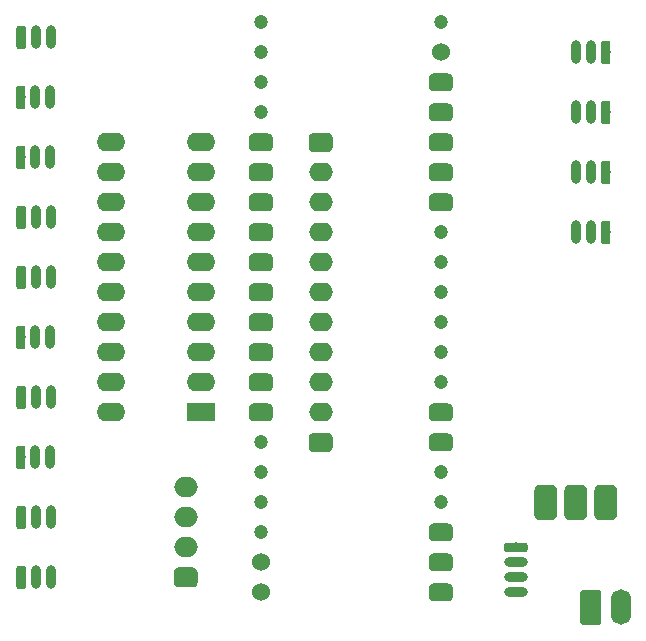
<source format=gbr>
G04 #@! TF.GenerationSoftware,KiCad,Pcbnew,5.0.2*
G04 #@! TF.CreationDate,2019-10-07T10:21:51-03:00*
G04 #@! TF.ProjectId,passavfp,70617373-6176-4667-902e-6b696361645f,rev?*
G04 #@! TF.SameCoordinates,Original*
G04 #@! TF.FileFunction,Copper,L1,Top*
G04 #@! TF.FilePolarity,Positive*
%FSLAX46Y46*%
G04 Gerber Fmt 4.6, Leading zero omitted, Abs format (unit mm)*
G04 Created by KiCad (PCBNEW 5.0.2) date seg 07 out 2019 10:21:51 -03*
%MOMM*%
%LPD*%
G01*
G04 APERTURE LIST*
G04 #@! TA.AperFunction,Conductor*
%ADD10C,0.100000*%
G04 #@! TD*
G04 #@! TA.AperFunction,ComponentPad*
%ADD11C,0.800000*%
G04 #@! TD*
G04 #@! TA.AperFunction,ComponentPad*
%ADD12O,0.800000X2.000000*%
G04 #@! TD*
G04 #@! TA.AperFunction,ComponentPad*
%ADD13C,1.200000*%
G04 #@! TD*
G04 #@! TA.AperFunction,ComponentPad*
%ADD14C,1.524000*%
G04 #@! TD*
G04 #@! TA.AperFunction,ComponentPad*
%ADD15C,1.740000*%
G04 #@! TD*
G04 #@! TA.AperFunction,ComponentPad*
%ADD16O,1.740000X3.000000*%
G04 #@! TD*
G04 #@! TA.AperFunction,ComponentPad*
%ADD17C,1.700000*%
G04 #@! TD*
G04 #@! TA.AperFunction,ComponentPad*
%ADD18O,2.000000X1.700000*%
G04 #@! TD*
G04 #@! TA.AperFunction,ComponentPad*
%ADD19O,2.000000X0.800000*%
G04 #@! TD*
G04 #@! TA.AperFunction,ComponentPad*
%ADD20R,2.400000X1.600000*%
G04 #@! TD*
G04 #@! TA.AperFunction,ComponentPad*
%ADD21O,2.400000X1.600000*%
G04 #@! TD*
G04 #@! TA.AperFunction,ComponentPad*
%ADD22C,1.600000*%
G04 #@! TD*
G04 #@! TA.AperFunction,ComponentPad*
%ADD23O,2.000000X1.600000*%
G04 #@! TD*
G04 #@! TA.AperFunction,ComponentPad*
%ADD24C,1.905000*%
G04 #@! TD*
G04 APERTURE END LIST*
D10*
G04 #@! TO.N,+5V*
G04 #@! TO.C,J5*
G36*
X143589603Y-67980963D02*
X143609018Y-67983843D01*
X143628057Y-67988612D01*
X143646537Y-67995224D01*
X143664279Y-68003616D01*
X143681114Y-68013706D01*
X143696879Y-68025398D01*
X143711421Y-68038579D01*
X143724602Y-68053121D01*
X143736294Y-68068886D01*
X143746384Y-68085721D01*
X143754776Y-68103463D01*
X143761388Y-68121943D01*
X143766157Y-68140982D01*
X143769037Y-68160397D01*
X143770000Y-68180000D01*
X143770000Y-69780000D01*
X143769037Y-69799603D01*
X143766157Y-69819018D01*
X143761388Y-69838057D01*
X143754776Y-69856537D01*
X143746384Y-69874279D01*
X143736294Y-69891114D01*
X143724602Y-69906879D01*
X143711421Y-69921421D01*
X143696879Y-69934602D01*
X143681114Y-69946294D01*
X143664279Y-69956384D01*
X143646537Y-69964776D01*
X143628057Y-69971388D01*
X143609018Y-69976157D01*
X143589603Y-69979037D01*
X143570000Y-69980000D01*
X143170000Y-69980000D01*
X143150397Y-69979037D01*
X143130982Y-69976157D01*
X143111943Y-69971388D01*
X143093463Y-69964776D01*
X143075721Y-69956384D01*
X143058886Y-69946294D01*
X143043121Y-69934602D01*
X143028579Y-69921421D01*
X143015398Y-69906879D01*
X143003706Y-69891114D01*
X142993616Y-69874279D01*
X142985224Y-69856537D01*
X142978612Y-69838057D01*
X142973843Y-69819018D01*
X142970963Y-69799603D01*
X142970000Y-69780000D01*
X142970000Y-68180000D01*
X142970963Y-68160397D01*
X142973843Y-68140982D01*
X142978612Y-68121943D01*
X142985224Y-68103463D01*
X142993616Y-68085721D01*
X143003706Y-68068886D01*
X143015398Y-68053121D01*
X143028579Y-68038579D01*
X143043121Y-68025398D01*
X143058886Y-68013706D01*
X143075721Y-68003616D01*
X143093463Y-67995224D01*
X143111943Y-67988612D01*
X143130982Y-67983843D01*
X143150397Y-67980963D01*
X143170000Y-67980000D01*
X143570000Y-67980000D01*
X143589603Y-67980963D01*
X143589603Y-67980963D01*
G37*
D11*
G04 #@! TD*
G04 #@! TO.P,J5,1*
G04 #@! TO.N,+5V*
X143370000Y-68980000D03*
D12*
G04 #@! TO.P,J5,2*
G04 #@! TO.N,Earth*
X142120000Y-68980000D03*
G04 #@! TO.P,J5,3*
G04 #@! TO.N,/PWM_CH4*
X140870000Y-68980000D03*
G04 #@! TD*
D13*
G04 #@! TO.P,U2,1*
G04 #@! TO.N,Net-(U2-Pad1)*
X114160000Y-66440000D03*
G04 #@! TO.P,U2,2*
G04 #@! TO.N,Net-(U2-Pad2)*
X114160000Y-68980000D03*
G04 #@! TO.P,U2,3*
G04 #@! TO.N,Net-(U2-Pad3)*
X114160000Y-71520000D03*
G04 #@! TO.P,U2,4*
G04 #@! TO.N,Net-(U2-Pad4)*
X114160000Y-74060000D03*
D10*
G04 #@! TD*
G04 #@! TO.N,/AIN0*
G04 #@! TO.C,U2*
G36*
X114816345Y-75839835D02*
X114853329Y-75845321D01*
X114889598Y-75854406D01*
X114924802Y-75867002D01*
X114958602Y-75882988D01*
X114990672Y-75902210D01*
X115020704Y-75924483D01*
X115048408Y-75949592D01*
X115073517Y-75977296D01*
X115095790Y-76007328D01*
X115115012Y-76039398D01*
X115130998Y-76073198D01*
X115143594Y-76108402D01*
X115152679Y-76144671D01*
X115158165Y-76181655D01*
X115160000Y-76219000D01*
X115160000Y-76981000D01*
X115158165Y-77018345D01*
X115152679Y-77055329D01*
X115143594Y-77091598D01*
X115130998Y-77126802D01*
X115115012Y-77160602D01*
X115095790Y-77192672D01*
X115073517Y-77222704D01*
X115048408Y-77250408D01*
X115020704Y-77275517D01*
X114990672Y-77297790D01*
X114958602Y-77317012D01*
X114924802Y-77332998D01*
X114889598Y-77345594D01*
X114853329Y-77354679D01*
X114816345Y-77360165D01*
X114779000Y-77362000D01*
X113541000Y-77362000D01*
X113503655Y-77360165D01*
X113466671Y-77354679D01*
X113430402Y-77345594D01*
X113395198Y-77332998D01*
X113361398Y-77317012D01*
X113329328Y-77297790D01*
X113299296Y-77275517D01*
X113271592Y-77250408D01*
X113246483Y-77222704D01*
X113224210Y-77192672D01*
X113204988Y-77160602D01*
X113189002Y-77126802D01*
X113176406Y-77091598D01*
X113167321Y-77055329D01*
X113161835Y-77018345D01*
X113160000Y-76981000D01*
X113160000Y-76219000D01*
X113161835Y-76181655D01*
X113167321Y-76144671D01*
X113176406Y-76108402D01*
X113189002Y-76073198D01*
X113204988Y-76039398D01*
X113224210Y-76007328D01*
X113246483Y-75977296D01*
X113271592Y-75949592D01*
X113299296Y-75924483D01*
X113329328Y-75902210D01*
X113361398Y-75882988D01*
X113395198Y-75867002D01*
X113430402Y-75854406D01*
X113466671Y-75845321D01*
X113503655Y-75839835D01*
X113541000Y-75838000D01*
X114779000Y-75838000D01*
X114816345Y-75839835D01*
X114816345Y-75839835D01*
G37*
D14*
G04 #@! TO.P,U2,5*
G04 #@! TO.N,/AIN0*
X114160000Y-76600000D03*
D10*
G04 #@! TD*
G04 #@! TO.N,/AIN1*
G04 #@! TO.C,U2*
G36*
X114816345Y-78379835D02*
X114853329Y-78385321D01*
X114889598Y-78394406D01*
X114924802Y-78407002D01*
X114958602Y-78422988D01*
X114990672Y-78442210D01*
X115020704Y-78464483D01*
X115048408Y-78489592D01*
X115073517Y-78517296D01*
X115095790Y-78547328D01*
X115115012Y-78579398D01*
X115130998Y-78613198D01*
X115143594Y-78648402D01*
X115152679Y-78684671D01*
X115158165Y-78721655D01*
X115160000Y-78759000D01*
X115160000Y-79521000D01*
X115158165Y-79558345D01*
X115152679Y-79595329D01*
X115143594Y-79631598D01*
X115130998Y-79666802D01*
X115115012Y-79700602D01*
X115095790Y-79732672D01*
X115073517Y-79762704D01*
X115048408Y-79790408D01*
X115020704Y-79815517D01*
X114990672Y-79837790D01*
X114958602Y-79857012D01*
X114924802Y-79872998D01*
X114889598Y-79885594D01*
X114853329Y-79894679D01*
X114816345Y-79900165D01*
X114779000Y-79902000D01*
X113541000Y-79902000D01*
X113503655Y-79900165D01*
X113466671Y-79894679D01*
X113430402Y-79885594D01*
X113395198Y-79872998D01*
X113361398Y-79857012D01*
X113329328Y-79837790D01*
X113299296Y-79815517D01*
X113271592Y-79790408D01*
X113246483Y-79762704D01*
X113224210Y-79732672D01*
X113204988Y-79700602D01*
X113189002Y-79666802D01*
X113176406Y-79631598D01*
X113167321Y-79595329D01*
X113161835Y-79558345D01*
X113160000Y-79521000D01*
X113160000Y-78759000D01*
X113161835Y-78721655D01*
X113167321Y-78684671D01*
X113176406Y-78648402D01*
X113189002Y-78613198D01*
X113204988Y-78579398D01*
X113224210Y-78547328D01*
X113246483Y-78517296D01*
X113271592Y-78489592D01*
X113299296Y-78464483D01*
X113329328Y-78442210D01*
X113361398Y-78422988D01*
X113395198Y-78407002D01*
X113430402Y-78394406D01*
X113466671Y-78385321D01*
X113503655Y-78379835D01*
X113541000Y-78378000D01*
X114779000Y-78378000D01*
X114816345Y-78379835D01*
X114816345Y-78379835D01*
G37*
D14*
G04 #@! TO.P,U2,6*
G04 #@! TO.N,/AIN1*
X114160000Y-79140000D03*
D10*
G04 #@! TD*
G04 #@! TO.N,/AIN2*
G04 #@! TO.C,U2*
G36*
X114816345Y-80919835D02*
X114853329Y-80925321D01*
X114889598Y-80934406D01*
X114924802Y-80947002D01*
X114958602Y-80962988D01*
X114990672Y-80982210D01*
X115020704Y-81004483D01*
X115048408Y-81029592D01*
X115073517Y-81057296D01*
X115095790Y-81087328D01*
X115115012Y-81119398D01*
X115130998Y-81153198D01*
X115143594Y-81188402D01*
X115152679Y-81224671D01*
X115158165Y-81261655D01*
X115160000Y-81299000D01*
X115160000Y-82061000D01*
X115158165Y-82098345D01*
X115152679Y-82135329D01*
X115143594Y-82171598D01*
X115130998Y-82206802D01*
X115115012Y-82240602D01*
X115095790Y-82272672D01*
X115073517Y-82302704D01*
X115048408Y-82330408D01*
X115020704Y-82355517D01*
X114990672Y-82377790D01*
X114958602Y-82397012D01*
X114924802Y-82412998D01*
X114889598Y-82425594D01*
X114853329Y-82434679D01*
X114816345Y-82440165D01*
X114779000Y-82442000D01*
X113541000Y-82442000D01*
X113503655Y-82440165D01*
X113466671Y-82434679D01*
X113430402Y-82425594D01*
X113395198Y-82412998D01*
X113361398Y-82397012D01*
X113329328Y-82377790D01*
X113299296Y-82355517D01*
X113271592Y-82330408D01*
X113246483Y-82302704D01*
X113224210Y-82272672D01*
X113204988Y-82240602D01*
X113189002Y-82206802D01*
X113176406Y-82171598D01*
X113167321Y-82135329D01*
X113161835Y-82098345D01*
X113160000Y-82061000D01*
X113160000Y-81299000D01*
X113161835Y-81261655D01*
X113167321Y-81224671D01*
X113176406Y-81188402D01*
X113189002Y-81153198D01*
X113204988Y-81119398D01*
X113224210Y-81087328D01*
X113246483Y-81057296D01*
X113271592Y-81029592D01*
X113299296Y-81004483D01*
X113329328Y-80982210D01*
X113361398Y-80962988D01*
X113395198Y-80947002D01*
X113430402Y-80934406D01*
X113466671Y-80925321D01*
X113503655Y-80919835D01*
X113541000Y-80918000D01*
X114779000Y-80918000D01*
X114816345Y-80919835D01*
X114816345Y-80919835D01*
G37*
D14*
G04 #@! TO.P,U2,7*
G04 #@! TO.N,/AIN2*
X114160000Y-81680000D03*
D10*
G04 #@! TD*
G04 #@! TO.N,/AIN3*
G04 #@! TO.C,U2*
G36*
X114816345Y-83459835D02*
X114853329Y-83465321D01*
X114889598Y-83474406D01*
X114924802Y-83487002D01*
X114958602Y-83502988D01*
X114990672Y-83522210D01*
X115020704Y-83544483D01*
X115048408Y-83569592D01*
X115073517Y-83597296D01*
X115095790Y-83627328D01*
X115115012Y-83659398D01*
X115130998Y-83693198D01*
X115143594Y-83728402D01*
X115152679Y-83764671D01*
X115158165Y-83801655D01*
X115160000Y-83839000D01*
X115160000Y-84601000D01*
X115158165Y-84638345D01*
X115152679Y-84675329D01*
X115143594Y-84711598D01*
X115130998Y-84746802D01*
X115115012Y-84780602D01*
X115095790Y-84812672D01*
X115073517Y-84842704D01*
X115048408Y-84870408D01*
X115020704Y-84895517D01*
X114990672Y-84917790D01*
X114958602Y-84937012D01*
X114924802Y-84952998D01*
X114889598Y-84965594D01*
X114853329Y-84974679D01*
X114816345Y-84980165D01*
X114779000Y-84982000D01*
X113541000Y-84982000D01*
X113503655Y-84980165D01*
X113466671Y-84974679D01*
X113430402Y-84965594D01*
X113395198Y-84952998D01*
X113361398Y-84937012D01*
X113329328Y-84917790D01*
X113299296Y-84895517D01*
X113271592Y-84870408D01*
X113246483Y-84842704D01*
X113224210Y-84812672D01*
X113204988Y-84780602D01*
X113189002Y-84746802D01*
X113176406Y-84711598D01*
X113167321Y-84675329D01*
X113161835Y-84638345D01*
X113160000Y-84601000D01*
X113160000Y-83839000D01*
X113161835Y-83801655D01*
X113167321Y-83764671D01*
X113176406Y-83728402D01*
X113189002Y-83693198D01*
X113204988Y-83659398D01*
X113224210Y-83627328D01*
X113246483Y-83597296D01*
X113271592Y-83569592D01*
X113299296Y-83544483D01*
X113329328Y-83522210D01*
X113361398Y-83502988D01*
X113395198Y-83487002D01*
X113430402Y-83474406D01*
X113466671Y-83465321D01*
X113503655Y-83459835D01*
X113541000Y-83458000D01*
X114779000Y-83458000D01*
X114816345Y-83459835D01*
X114816345Y-83459835D01*
G37*
D14*
G04 #@! TO.P,U2,8*
G04 #@! TO.N,/AIN3*
X114160000Y-84220000D03*
D10*
G04 #@! TD*
G04 #@! TO.N,/AIN4*
G04 #@! TO.C,U2*
G36*
X114816345Y-85999835D02*
X114853329Y-86005321D01*
X114889598Y-86014406D01*
X114924802Y-86027002D01*
X114958602Y-86042988D01*
X114990672Y-86062210D01*
X115020704Y-86084483D01*
X115048408Y-86109592D01*
X115073517Y-86137296D01*
X115095790Y-86167328D01*
X115115012Y-86199398D01*
X115130998Y-86233198D01*
X115143594Y-86268402D01*
X115152679Y-86304671D01*
X115158165Y-86341655D01*
X115160000Y-86379000D01*
X115160000Y-87141000D01*
X115158165Y-87178345D01*
X115152679Y-87215329D01*
X115143594Y-87251598D01*
X115130998Y-87286802D01*
X115115012Y-87320602D01*
X115095790Y-87352672D01*
X115073517Y-87382704D01*
X115048408Y-87410408D01*
X115020704Y-87435517D01*
X114990672Y-87457790D01*
X114958602Y-87477012D01*
X114924802Y-87492998D01*
X114889598Y-87505594D01*
X114853329Y-87514679D01*
X114816345Y-87520165D01*
X114779000Y-87522000D01*
X113541000Y-87522000D01*
X113503655Y-87520165D01*
X113466671Y-87514679D01*
X113430402Y-87505594D01*
X113395198Y-87492998D01*
X113361398Y-87477012D01*
X113329328Y-87457790D01*
X113299296Y-87435517D01*
X113271592Y-87410408D01*
X113246483Y-87382704D01*
X113224210Y-87352672D01*
X113204988Y-87320602D01*
X113189002Y-87286802D01*
X113176406Y-87251598D01*
X113167321Y-87215329D01*
X113161835Y-87178345D01*
X113160000Y-87141000D01*
X113160000Y-86379000D01*
X113161835Y-86341655D01*
X113167321Y-86304671D01*
X113176406Y-86268402D01*
X113189002Y-86233198D01*
X113204988Y-86199398D01*
X113224210Y-86167328D01*
X113246483Y-86137296D01*
X113271592Y-86109592D01*
X113299296Y-86084483D01*
X113329328Y-86062210D01*
X113361398Y-86042988D01*
X113395198Y-86027002D01*
X113430402Y-86014406D01*
X113466671Y-86005321D01*
X113503655Y-85999835D01*
X113541000Y-85998000D01*
X114779000Y-85998000D01*
X114816345Y-85999835D01*
X114816345Y-85999835D01*
G37*
D14*
G04 #@! TO.P,U2,9*
G04 #@! TO.N,/AIN4*
X114160000Y-86760000D03*
D10*
G04 #@! TD*
G04 #@! TO.N,/AIN5*
G04 #@! TO.C,U2*
G36*
X114816345Y-88539835D02*
X114853329Y-88545321D01*
X114889598Y-88554406D01*
X114924802Y-88567002D01*
X114958602Y-88582988D01*
X114990672Y-88602210D01*
X115020704Y-88624483D01*
X115048408Y-88649592D01*
X115073517Y-88677296D01*
X115095790Y-88707328D01*
X115115012Y-88739398D01*
X115130998Y-88773198D01*
X115143594Y-88808402D01*
X115152679Y-88844671D01*
X115158165Y-88881655D01*
X115160000Y-88919000D01*
X115160000Y-89681000D01*
X115158165Y-89718345D01*
X115152679Y-89755329D01*
X115143594Y-89791598D01*
X115130998Y-89826802D01*
X115115012Y-89860602D01*
X115095790Y-89892672D01*
X115073517Y-89922704D01*
X115048408Y-89950408D01*
X115020704Y-89975517D01*
X114990672Y-89997790D01*
X114958602Y-90017012D01*
X114924802Y-90032998D01*
X114889598Y-90045594D01*
X114853329Y-90054679D01*
X114816345Y-90060165D01*
X114779000Y-90062000D01*
X113541000Y-90062000D01*
X113503655Y-90060165D01*
X113466671Y-90054679D01*
X113430402Y-90045594D01*
X113395198Y-90032998D01*
X113361398Y-90017012D01*
X113329328Y-89997790D01*
X113299296Y-89975517D01*
X113271592Y-89950408D01*
X113246483Y-89922704D01*
X113224210Y-89892672D01*
X113204988Y-89860602D01*
X113189002Y-89826802D01*
X113176406Y-89791598D01*
X113167321Y-89755329D01*
X113161835Y-89718345D01*
X113160000Y-89681000D01*
X113160000Y-88919000D01*
X113161835Y-88881655D01*
X113167321Y-88844671D01*
X113176406Y-88808402D01*
X113189002Y-88773198D01*
X113204988Y-88739398D01*
X113224210Y-88707328D01*
X113246483Y-88677296D01*
X113271592Y-88649592D01*
X113299296Y-88624483D01*
X113329328Y-88602210D01*
X113361398Y-88582988D01*
X113395198Y-88567002D01*
X113430402Y-88554406D01*
X113466671Y-88545321D01*
X113503655Y-88539835D01*
X113541000Y-88538000D01*
X114779000Y-88538000D01*
X114816345Y-88539835D01*
X114816345Y-88539835D01*
G37*
D14*
G04 #@! TO.P,U2,10*
G04 #@! TO.N,/AIN5*
X114160000Y-89300000D03*
D10*
G04 #@! TD*
G04 #@! TO.N,/AIN6*
G04 #@! TO.C,U2*
G36*
X114816345Y-91079835D02*
X114853329Y-91085321D01*
X114889598Y-91094406D01*
X114924802Y-91107002D01*
X114958602Y-91122988D01*
X114990672Y-91142210D01*
X115020704Y-91164483D01*
X115048408Y-91189592D01*
X115073517Y-91217296D01*
X115095790Y-91247328D01*
X115115012Y-91279398D01*
X115130998Y-91313198D01*
X115143594Y-91348402D01*
X115152679Y-91384671D01*
X115158165Y-91421655D01*
X115160000Y-91459000D01*
X115160000Y-92221000D01*
X115158165Y-92258345D01*
X115152679Y-92295329D01*
X115143594Y-92331598D01*
X115130998Y-92366802D01*
X115115012Y-92400602D01*
X115095790Y-92432672D01*
X115073517Y-92462704D01*
X115048408Y-92490408D01*
X115020704Y-92515517D01*
X114990672Y-92537790D01*
X114958602Y-92557012D01*
X114924802Y-92572998D01*
X114889598Y-92585594D01*
X114853329Y-92594679D01*
X114816345Y-92600165D01*
X114779000Y-92602000D01*
X113541000Y-92602000D01*
X113503655Y-92600165D01*
X113466671Y-92594679D01*
X113430402Y-92585594D01*
X113395198Y-92572998D01*
X113361398Y-92557012D01*
X113329328Y-92537790D01*
X113299296Y-92515517D01*
X113271592Y-92490408D01*
X113246483Y-92462704D01*
X113224210Y-92432672D01*
X113204988Y-92400602D01*
X113189002Y-92366802D01*
X113176406Y-92331598D01*
X113167321Y-92295329D01*
X113161835Y-92258345D01*
X113160000Y-92221000D01*
X113160000Y-91459000D01*
X113161835Y-91421655D01*
X113167321Y-91384671D01*
X113176406Y-91348402D01*
X113189002Y-91313198D01*
X113204988Y-91279398D01*
X113224210Y-91247328D01*
X113246483Y-91217296D01*
X113271592Y-91189592D01*
X113299296Y-91164483D01*
X113329328Y-91142210D01*
X113361398Y-91122988D01*
X113395198Y-91107002D01*
X113430402Y-91094406D01*
X113466671Y-91085321D01*
X113503655Y-91079835D01*
X113541000Y-91078000D01*
X114779000Y-91078000D01*
X114816345Y-91079835D01*
X114816345Y-91079835D01*
G37*
D14*
G04 #@! TO.P,U2,11*
G04 #@! TO.N,/AIN6*
X114160000Y-91840000D03*
D10*
G04 #@! TD*
G04 #@! TO.N,/AIN7*
G04 #@! TO.C,U2*
G36*
X114816345Y-93619835D02*
X114853329Y-93625321D01*
X114889598Y-93634406D01*
X114924802Y-93647002D01*
X114958602Y-93662988D01*
X114990672Y-93682210D01*
X115020704Y-93704483D01*
X115048408Y-93729592D01*
X115073517Y-93757296D01*
X115095790Y-93787328D01*
X115115012Y-93819398D01*
X115130998Y-93853198D01*
X115143594Y-93888402D01*
X115152679Y-93924671D01*
X115158165Y-93961655D01*
X115160000Y-93999000D01*
X115160000Y-94761000D01*
X115158165Y-94798345D01*
X115152679Y-94835329D01*
X115143594Y-94871598D01*
X115130998Y-94906802D01*
X115115012Y-94940602D01*
X115095790Y-94972672D01*
X115073517Y-95002704D01*
X115048408Y-95030408D01*
X115020704Y-95055517D01*
X114990672Y-95077790D01*
X114958602Y-95097012D01*
X114924802Y-95112998D01*
X114889598Y-95125594D01*
X114853329Y-95134679D01*
X114816345Y-95140165D01*
X114779000Y-95142000D01*
X113541000Y-95142000D01*
X113503655Y-95140165D01*
X113466671Y-95134679D01*
X113430402Y-95125594D01*
X113395198Y-95112998D01*
X113361398Y-95097012D01*
X113329328Y-95077790D01*
X113299296Y-95055517D01*
X113271592Y-95030408D01*
X113246483Y-95002704D01*
X113224210Y-94972672D01*
X113204988Y-94940602D01*
X113189002Y-94906802D01*
X113176406Y-94871598D01*
X113167321Y-94835329D01*
X113161835Y-94798345D01*
X113160000Y-94761000D01*
X113160000Y-93999000D01*
X113161835Y-93961655D01*
X113167321Y-93924671D01*
X113176406Y-93888402D01*
X113189002Y-93853198D01*
X113204988Y-93819398D01*
X113224210Y-93787328D01*
X113246483Y-93757296D01*
X113271592Y-93729592D01*
X113299296Y-93704483D01*
X113329328Y-93682210D01*
X113361398Y-93662988D01*
X113395198Y-93647002D01*
X113430402Y-93634406D01*
X113466671Y-93625321D01*
X113503655Y-93619835D01*
X113541000Y-93618000D01*
X114779000Y-93618000D01*
X114816345Y-93619835D01*
X114816345Y-93619835D01*
G37*
D14*
G04 #@! TO.P,U2,12*
G04 #@! TO.N,/AIN7*
X114160000Y-94380000D03*
D10*
G04 #@! TD*
G04 #@! TO.N,/AIN8*
G04 #@! TO.C,U2*
G36*
X114816345Y-96159835D02*
X114853329Y-96165321D01*
X114889598Y-96174406D01*
X114924802Y-96187002D01*
X114958602Y-96202988D01*
X114990672Y-96222210D01*
X115020704Y-96244483D01*
X115048408Y-96269592D01*
X115073517Y-96297296D01*
X115095790Y-96327328D01*
X115115012Y-96359398D01*
X115130998Y-96393198D01*
X115143594Y-96428402D01*
X115152679Y-96464671D01*
X115158165Y-96501655D01*
X115160000Y-96539000D01*
X115160000Y-97301000D01*
X115158165Y-97338345D01*
X115152679Y-97375329D01*
X115143594Y-97411598D01*
X115130998Y-97446802D01*
X115115012Y-97480602D01*
X115095790Y-97512672D01*
X115073517Y-97542704D01*
X115048408Y-97570408D01*
X115020704Y-97595517D01*
X114990672Y-97617790D01*
X114958602Y-97637012D01*
X114924802Y-97652998D01*
X114889598Y-97665594D01*
X114853329Y-97674679D01*
X114816345Y-97680165D01*
X114779000Y-97682000D01*
X113541000Y-97682000D01*
X113503655Y-97680165D01*
X113466671Y-97674679D01*
X113430402Y-97665594D01*
X113395198Y-97652998D01*
X113361398Y-97637012D01*
X113329328Y-97617790D01*
X113299296Y-97595517D01*
X113271592Y-97570408D01*
X113246483Y-97542704D01*
X113224210Y-97512672D01*
X113204988Y-97480602D01*
X113189002Y-97446802D01*
X113176406Y-97411598D01*
X113167321Y-97375329D01*
X113161835Y-97338345D01*
X113160000Y-97301000D01*
X113160000Y-96539000D01*
X113161835Y-96501655D01*
X113167321Y-96464671D01*
X113176406Y-96428402D01*
X113189002Y-96393198D01*
X113204988Y-96359398D01*
X113224210Y-96327328D01*
X113246483Y-96297296D01*
X113271592Y-96269592D01*
X113299296Y-96244483D01*
X113329328Y-96222210D01*
X113361398Y-96202988D01*
X113395198Y-96187002D01*
X113430402Y-96174406D01*
X113466671Y-96165321D01*
X113503655Y-96159835D01*
X113541000Y-96158000D01*
X114779000Y-96158000D01*
X114816345Y-96159835D01*
X114816345Y-96159835D01*
G37*
D14*
G04 #@! TO.P,U2,13*
G04 #@! TO.N,/AIN8*
X114160000Y-96920000D03*
D10*
G04 #@! TD*
G04 #@! TO.N,/AIN9*
G04 #@! TO.C,U2*
G36*
X114816345Y-98699835D02*
X114853329Y-98705321D01*
X114889598Y-98714406D01*
X114924802Y-98727002D01*
X114958602Y-98742988D01*
X114990672Y-98762210D01*
X115020704Y-98784483D01*
X115048408Y-98809592D01*
X115073517Y-98837296D01*
X115095790Y-98867328D01*
X115115012Y-98899398D01*
X115130998Y-98933198D01*
X115143594Y-98968402D01*
X115152679Y-99004671D01*
X115158165Y-99041655D01*
X115160000Y-99079000D01*
X115160000Y-99841000D01*
X115158165Y-99878345D01*
X115152679Y-99915329D01*
X115143594Y-99951598D01*
X115130998Y-99986802D01*
X115115012Y-100020602D01*
X115095790Y-100052672D01*
X115073517Y-100082704D01*
X115048408Y-100110408D01*
X115020704Y-100135517D01*
X114990672Y-100157790D01*
X114958602Y-100177012D01*
X114924802Y-100192998D01*
X114889598Y-100205594D01*
X114853329Y-100214679D01*
X114816345Y-100220165D01*
X114779000Y-100222000D01*
X113541000Y-100222000D01*
X113503655Y-100220165D01*
X113466671Y-100214679D01*
X113430402Y-100205594D01*
X113395198Y-100192998D01*
X113361398Y-100177012D01*
X113329328Y-100157790D01*
X113299296Y-100135517D01*
X113271592Y-100110408D01*
X113246483Y-100082704D01*
X113224210Y-100052672D01*
X113204988Y-100020602D01*
X113189002Y-99986802D01*
X113176406Y-99951598D01*
X113167321Y-99915329D01*
X113161835Y-99878345D01*
X113160000Y-99841000D01*
X113160000Y-99079000D01*
X113161835Y-99041655D01*
X113167321Y-99004671D01*
X113176406Y-98968402D01*
X113189002Y-98933198D01*
X113204988Y-98899398D01*
X113224210Y-98867328D01*
X113246483Y-98837296D01*
X113271592Y-98809592D01*
X113299296Y-98784483D01*
X113329328Y-98762210D01*
X113361398Y-98742988D01*
X113395198Y-98727002D01*
X113430402Y-98714406D01*
X113466671Y-98705321D01*
X113503655Y-98699835D01*
X113541000Y-98698000D01*
X114779000Y-98698000D01*
X114816345Y-98699835D01*
X114816345Y-98699835D01*
G37*
D14*
G04 #@! TO.P,U2,14*
G04 #@! TO.N,/AIN9*
X114160000Y-99460000D03*
D13*
G04 #@! TO.P,U2,15*
G04 #@! TO.N,Net-(U2-Pad15)*
X114160000Y-102000000D03*
G04 #@! TO.P,U2,16*
G04 #@! TO.N,Net-(U2-Pad16)*
X114160000Y-104540000D03*
G04 #@! TO.P,U2,17*
G04 #@! TO.N,Net-(U2-Pad17)*
X114160000Y-107080000D03*
G04 #@! TO.P,U2,18*
G04 #@! TO.N,Net-(U2-Pad18)*
X114160000Y-109620000D03*
D14*
G04 #@! TO.P,U2,19*
G04 #@! TO.N,Earth*
X114160000Y-112160000D03*
G04 #@! TO.P,U2,20*
X114160000Y-114700000D03*
D10*
G04 #@! TD*
G04 #@! TO.N,/CH3*
G04 #@! TO.C,U2*
G36*
X130056345Y-113939835D02*
X130093329Y-113945321D01*
X130129598Y-113954406D01*
X130164802Y-113967002D01*
X130198602Y-113982988D01*
X130230672Y-114002210D01*
X130260704Y-114024483D01*
X130288408Y-114049592D01*
X130313517Y-114077296D01*
X130335790Y-114107328D01*
X130355012Y-114139398D01*
X130370998Y-114173198D01*
X130383594Y-114208402D01*
X130392679Y-114244671D01*
X130398165Y-114281655D01*
X130400000Y-114319000D01*
X130400000Y-115081000D01*
X130398165Y-115118345D01*
X130392679Y-115155329D01*
X130383594Y-115191598D01*
X130370998Y-115226802D01*
X130355012Y-115260602D01*
X130335790Y-115292672D01*
X130313517Y-115322704D01*
X130288408Y-115350408D01*
X130260704Y-115375517D01*
X130230672Y-115397790D01*
X130198602Y-115417012D01*
X130164802Y-115432998D01*
X130129598Y-115445594D01*
X130093329Y-115454679D01*
X130056345Y-115460165D01*
X130019000Y-115462000D01*
X128781000Y-115462000D01*
X128743655Y-115460165D01*
X128706671Y-115454679D01*
X128670402Y-115445594D01*
X128635198Y-115432998D01*
X128601398Y-115417012D01*
X128569328Y-115397790D01*
X128539296Y-115375517D01*
X128511592Y-115350408D01*
X128486483Y-115322704D01*
X128464210Y-115292672D01*
X128444988Y-115260602D01*
X128429002Y-115226802D01*
X128416406Y-115191598D01*
X128407321Y-115155329D01*
X128401835Y-115118345D01*
X128400000Y-115081000D01*
X128400000Y-114319000D01*
X128401835Y-114281655D01*
X128407321Y-114244671D01*
X128416406Y-114208402D01*
X128429002Y-114173198D01*
X128444988Y-114139398D01*
X128464210Y-114107328D01*
X128486483Y-114077296D01*
X128511592Y-114049592D01*
X128539296Y-114024483D01*
X128569328Y-114002210D01*
X128601398Y-113982988D01*
X128635198Y-113967002D01*
X128670402Y-113954406D01*
X128706671Y-113945321D01*
X128743655Y-113939835D01*
X128781000Y-113938000D01*
X130019000Y-113938000D01*
X130056345Y-113939835D01*
X130056345Y-113939835D01*
G37*
D14*
G04 #@! TO.P,U2,21*
G04 #@! TO.N,/CH3*
X129400000Y-114700000D03*
D10*
G04 #@! TD*
G04 #@! TO.N,/CH2*
G04 #@! TO.C,U2*
G36*
X130056345Y-111399835D02*
X130093329Y-111405321D01*
X130129598Y-111414406D01*
X130164802Y-111427002D01*
X130198602Y-111442988D01*
X130230672Y-111462210D01*
X130260704Y-111484483D01*
X130288408Y-111509592D01*
X130313517Y-111537296D01*
X130335790Y-111567328D01*
X130355012Y-111599398D01*
X130370998Y-111633198D01*
X130383594Y-111668402D01*
X130392679Y-111704671D01*
X130398165Y-111741655D01*
X130400000Y-111779000D01*
X130400000Y-112541000D01*
X130398165Y-112578345D01*
X130392679Y-112615329D01*
X130383594Y-112651598D01*
X130370998Y-112686802D01*
X130355012Y-112720602D01*
X130335790Y-112752672D01*
X130313517Y-112782704D01*
X130288408Y-112810408D01*
X130260704Y-112835517D01*
X130230672Y-112857790D01*
X130198602Y-112877012D01*
X130164802Y-112892998D01*
X130129598Y-112905594D01*
X130093329Y-112914679D01*
X130056345Y-112920165D01*
X130019000Y-112922000D01*
X128781000Y-112922000D01*
X128743655Y-112920165D01*
X128706671Y-112914679D01*
X128670402Y-112905594D01*
X128635198Y-112892998D01*
X128601398Y-112877012D01*
X128569328Y-112857790D01*
X128539296Y-112835517D01*
X128511592Y-112810408D01*
X128486483Y-112782704D01*
X128464210Y-112752672D01*
X128444988Y-112720602D01*
X128429002Y-112686802D01*
X128416406Y-112651598D01*
X128407321Y-112615329D01*
X128401835Y-112578345D01*
X128400000Y-112541000D01*
X128400000Y-111779000D01*
X128401835Y-111741655D01*
X128407321Y-111704671D01*
X128416406Y-111668402D01*
X128429002Y-111633198D01*
X128444988Y-111599398D01*
X128464210Y-111567328D01*
X128486483Y-111537296D01*
X128511592Y-111509592D01*
X128539296Y-111484483D01*
X128569328Y-111462210D01*
X128601398Y-111442988D01*
X128635198Y-111427002D01*
X128670402Y-111414406D01*
X128706671Y-111405321D01*
X128743655Y-111399835D01*
X128781000Y-111398000D01*
X130019000Y-111398000D01*
X130056345Y-111399835D01*
X130056345Y-111399835D01*
G37*
D14*
G04 #@! TO.P,U2,22*
G04 #@! TO.N,/CH2*
X129400000Y-112160000D03*
D10*
G04 #@! TD*
G04 #@! TO.N,/CH1*
G04 #@! TO.C,U2*
G36*
X130056345Y-108859835D02*
X130093329Y-108865321D01*
X130129598Y-108874406D01*
X130164802Y-108887002D01*
X130198602Y-108902988D01*
X130230672Y-108922210D01*
X130260704Y-108944483D01*
X130288408Y-108969592D01*
X130313517Y-108997296D01*
X130335790Y-109027328D01*
X130355012Y-109059398D01*
X130370998Y-109093198D01*
X130383594Y-109128402D01*
X130392679Y-109164671D01*
X130398165Y-109201655D01*
X130400000Y-109239000D01*
X130400000Y-110001000D01*
X130398165Y-110038345D01*
X130392679Y-110075329D01*
X130383594Y-110111598D01*
X130370998Y-110146802D01*
X130355012Y-110180602D01*
X130335790Y-110212672D01*
X130313517Y-110242704D01*
X130288408Y-110270408D01*
X130260704Y-110295517D01*
X130230672Y-110317790D01*
X130198602Y-110337012D01*
X130164802Y-110352998D01*
X130129598Y-110365594D01*
X130093329Y-110374679D01*
X130056345Y-110380165D01*
X130019000Y-110382000D01*
X128781000Y-110382000D01*
X128743655Y-110380165D01*
X128706671Y-110374679D01*
X128670402Y-110365594D01*
X128635198Y-110352998D01*
X128601398Y-110337012D01*
X128569328Y-110317790D01*
X128539296Y-110295517D01*
X128511592Y-110270408D01*
X128486483Y-110242704D01*
X128464210Y-110212672D01*
X128444988Y-110180602D01*
X128429002Y-110146802D01*
X128416406Y-110111598D01*
X128407321Y-110075329D01*
X128401835Y-110038345D01*
X128400000Y-110001000D01*
X128400000Y-109239000D01*
X128401835Y-109201655D01*
X128407321Y-109164671D01*
X128416406Y-109128402D01*
X128429002Y-109093198D01*
X128444988Y-109059398D01*
X128464210Y-109027328D01*
X128486483Y-108997296D01*
X128511592Y-108969592D01*
X128539296Y-108944483D01*
X128569328Y-108922210D01*
X128601398Y-108902988D01*
X128635198Y-108887002D01*
X128670402Y-108874406D01*
X128706671Y-108865321D01*
X128743655Y-108859835D01*
X128781000Y-108858000D01*
X130019000Y-108858000D01*
X130056345Y-108859835D01*
X130056345Y-108859835D01*
G37*
D14*
G04 #@! TO.P,U2,23*
G04 #@! TO.N,/CH1*
X129400000Y-109620000D03*
D13*
G04 #@! TO.P,U2,24*
G04 #@! TO.N,Net-(U2-Pad24)*
X129400000Y-107080000D03*
G04 #@! TO.P,U2,25*
G04 #@! TO.N,Net-(U2-Pad25)*
X129400000Y-104540000D03*
D10*
G04 #@! TD*
G04 #@! TO.N,/TXD*
G04 #@! TO.C,U2*
G36*
X130056345Y-101239835D02*
X130093329Y-101245321D01*
X130129598Y-101254406D01*
X130164802Y-101267002D01*
X130198602Y-101282988D01*
X130230672Y-101302210D01*
X130260704Y-101324483D01*
X130288408Y-101349592D01*
X130313517Y-101377296D01*
X130335790Y-101407328D01*
X130355012Y-101439398D01*
X130370998Y-101473198D01*
X130383594Y-101508402D01*
X130392679Y-101544671D01*
X130398165Y-101581655D01*
X130400000Y-101619000D01*
X130400000Y-102381000D01*
X130398165Y-102418345D01*
X130392679Y-102455329D01*
X130383594Y-102491598D01*
X130370998Y-102526802D01*
X130355012Y-102560602D01*
X130335790Y-102592672D01*
X130313517Y-102622704D01*
X130288408Y-102650408D01*
X130260704Y-102675517D01*
X130230672Y-102697790D01*
X130198602Y-102717012D01*
X130164802Y-102732998D01*
X130129598Y-102745594D01*
X130093329Y-102754679D01*
X130056345Y-102760165D01*
X130019000Y-102762000D01*
X128781000Y-102762000D01*
X128743655Y-102760165D01*
X128706671Y-102754679D01*
X128670402Y-102745594D01*
X128635198Y-102732998D01*
X128601398Y-102717012D01*
X128569328Y-102697790D01*
X128539296Y-102675517D01*
X128511592Y-102650408D01*
X128486483Y-102622704D01*
X128464210Y-102592672D01*
X128444988Y-102560602D01*
X128429002Y-102526802D01*
X128416406Y-102491598D01*
X128407321Y-102455329D01*
X128401835Y-102418345D01*
X128400000Y-102381000D01*
X128400000Y-101619000D01*
X128401835Y-101581655D01*
X128407321Y-101544671D01*
X128416406Y-101508402D01*
X128429002Y-101473198D01*
X128444988Y-101439398D01*
X128464210Y-101407328D01*
X128486483Y-101377296D01*
X128511592Y-101349592D01*
X128539296Y-101324483D01*
X128569328Y-101302210D01*
X128601398Y-101282988D01*
X128635198Y-101267002D01*
X128670402Y-101254406D01*
X128706671Y-101245321D01*
X128743655Y-101239835D01*
X128781000Y-101238000D01*
X130019000Y-101238000D01*
X130056345Y-101239835D01*
X130056345Y-101239835D01*
G37*
D14*
G04 #@! TO.P,U2,26*
G04 #@! TO.N,/TXD*
X129400000Y-102000000D03*
D10*
G04 #@! TD*
G04 #@! TO.N,/RXD*
G04 #@! TO.C,U2*
G36*
X130056345Y-98699835D02*
X130093329Y-98705321D01*
X130129598Y-98714406D01*
X130164802Y-98727002D01*
X130198602Y-98742988D01*
X130230672Y-98762210D01*
X130260704Y-98784483D01*
X130288408Y-98809592D01*
X130313517Y-98837296D01*
X130335790Y-98867328D01*
X130355012Y-98899398D01*
X130370998Y-98933198D01*
X130383594Y-98968402D01*
X130392679Y-99004671D01*
X130398165Y-99041655D01*
X130400000Y-99079000D01*
X130400000Y-99841000D01*
X130398165Y-99878345D01*
X130392679Y-99915329D01*
X130383594Y-99951598D01*
X130370998Y-99986802D01*
X130355012Y-100020602D01*
X130335790Y-100052672D01*
X130313517Y-100082704D01*
X130288408Y-100110408D01*
X130260704Y-100135517D01*
X130230672Y-100157790D01*
X130198602Y-100177012D01*
X130164802Y-100192998D01*
X130129598Y-100205594D01*
X130093329Y-100214679D01*
X130056345Y-100220165D01*
X130019000Y-100222000D01*
X128781000Y-100222000D01*
X128743655Y-100220165D01*
X128706671Y-100214679D01*
X128670402Y-100205594D01*
X128635198Y-100192998D01*
X128601398Y-100177012D01*
X128569328Y-100157790D01*
X128539296Y-100135517D01*
X128511592Y-100110408D01*
X128486483Y-100082704D01*
X128464210Y-100052672D01*
X128444988Y-100020602D01*
X128429002Y-99986802D01*
X128416406Y-99951598D01*
X128407321Y-99915329D01*
X128401835Y-99878345D01*
X128400000Y-99841000D01*
X128400000Y-99079000D01*
X128401835Y-99041655D01*
X128407321Y-99004671D01*
X128416406Y-98968402D01*
X128429002Y-98933198D01*
X128444988Y-98899398D01*
X128464210Y-98867328D01*
X128486483Y-98837296D01*
X128511592Y-98809592D01*
X128539296Y-98784483D01*
X128569328Y-98762210D01*
X128601398Y-98742988D01*
X128635198Y-98727002D01*
X128670402Y-98714406D01*
X128706671Y-98705321D01*
X128743655Y-98699835D01*
X128781000Y-98698000D01*
X130019000Y-98698000D01*
X130056345Y-98699835D01*
X130056345Y-98699835D01*
G37*
D14*
G04 #@! TO.P,U2,27*
G04 #@! TO.N,/RXD*
X129400000Y-99460000D03*
D13*
G04 #@! TO.P,U2,28*
G04 #@! TO.N,Net-(U2-Pad28)*
X129400000Y-96920000D03*
G04 #@! TO.P,U2,29*
G04 #@! TO.N,Net-(U2-Pad29)*
X129400000Y-94380000D03*
G04 #@! TO.P,U2,30*
G04 #@! TO.N,Net-(U2-Pad30)*
X129400000Y-91840000D03*
G04 #@! TO.P,U2,31*
G04 #@! TO.N,Net-(U2-Pad31)*
X129400000Y-89300000D03*
G04 #@! TO.P,U2,32*
G04 #@! TO.N,Net-(U2-Pad32)*
X129400000Y-86760000D03*
G04 #@! TO.P,U2,33*
G04 #@! TO.N,Net-(U2-Pad33)*
X129400000Y-84220000D03*
D10*
G04 #@! TD*
G04 #@! TO.N,/PWM_CH1*
G04 #@! TO.C,U2*
G36*
X130056345Y-80919835D02*
X130093329Y-80925321D01*
X130129598Y-80934406D01*
X130164802Y-80947002D01*
X130198602Y-80962988D01*
X130230672Y-80982210D01*
X130260704Y-81004483D01*
X130288408Y-81029592D01*
X130313517Y-81057296D01*
X130335790Y-81087328D01*
X130355012Y-81119398D01*
X130370998Y-81153198D01*
X130383594Y-81188402D01*
X130392679Y-81224671D01*
X130398165Y-81261655D01*
X130400000Y-81299000D01*
X130400000Y-82061000D01*
X130398165Y-82098345D01*
X130392679Y-82135329D01*
X130383594Y-82171598D01*
X130370998Y-82206802D01*
X130355012Y-82240602D01*
X130335790Y-82272672D01*
X130313517Y-82302704D01*
X130288408Y-82330408D01*
X130260704Y-82355517D01*
X130230672Y-82377790D01*
X130198602Y-82397012D01*
X130164802Y-82412998D01*
X130129598Y-82425594D01*
X130093329Y-82434679D01*
X130056345Y-82440165D01*
X130019000Y-82442000D01*
X128781000Y-82442000D01*
X128743655Y-82440165D01*
X128706671Y-82434679D01*
X128670402Y-82425594D01*
X128635198Y-82412998D01*
X128601398Y-82397012D01*
X128569328Y-82377790D01*
X128539296Y-82355517D01*
X128511592Y-82330408D01*
X128486483Y-82302704D01*
X128464210Y-82272672D01*
X128444988Y-82240602D01*
X128429002Y-82206802D01*
X128416406Y-82171598D01*
X128407321Y-82135329D01*
X128401835Y-82098345D01*
X128400000Y-82061000D01*
X128400000Y-81299000D01*
X128401835Y-81261655D01*
X128407321Y-81224671D01*
X128416406Y-81188402D01*
X128429002Y-81153198D01*
X128444988Y-81119398D01*
X128464210Y-81087328D01*
X128486483Y-81057296D01*
X128511592Y-81029592D01*
X128539296Y-81004483D01*
X128569328Y-80982210D01*
X128601398Y-80962988D01*
X128635198Y-80947002D01*
X128670402Y-80934406D01*
X128706671Y-80925321D01*
X128743655Y-80919835D01*
X128781000Y-80918000D01*
X130019000Y-80918000D01*
X130056345Y-80919835D01*
X130056345Y-80919835D01*
G37*
D14*
G04 #@! TO.P,U2,34*
G04 #@! TO.N,/PWM_CH1*
X129400000Y-81680000D03*
D10*
G04 #@! TD*
G04 #@! TO.N,/PWM_CH2*
G04 #@! TO.C,U2*
G36*
X130056345Y-78379835D02*
X130093329Y-78385321D01*
X130129598Y-78394406D01*
X130164802Y-78407002D01*
X130198602Y-78422988D01*
X130230672Y-78442210D01*
X130260704Y-78464483D01*
X130288408Y-78489592D01*
X130313517Y-78517296D01*
X130335790Y-78547328D01*
X130355012Y-78579398D01*
X130370998Y-78613198D01*
X130383594Y-78648402D01*
X130392679Y-78684671D01*
X130398165Y-78721655D01*
X130400000Y-78759000D01*
X130400000Y-79521000D01*
X130398165Y-79558345D01*
X130392679Y-79595329D01*
X130383594Y-79631598D01*
X130370998Y-79666802D01*
X130355012Y-79700602D01*
X130335790Y-79732672D01*
X130313517Y-79762704D01*
X130288408Y-79790408D01*
X130260704Y-79815517D01*
X130230672Y-79837790D01*
X130198602Y-79857012D01*
X130164802Y-79872998D01*
X130129598Y-79885594D01*
X130093329Y-79894679D01*
X130056345Y-79900165D01*
X130019000Y-79902000D01*
X128781000Y-79902000D01*
X128743655Y-79900165D01*
X128706671Y-79894679D01*
X128670402Y-79885594D01*
X128635198Y-79872998D01*
X128601398Y-79857012D01*
X128569328Y-79837790D01*
X128539296Y-79815517D01*
X128511592Y-79790408D01*
X128486483Y-79762704D01*
X128464210Y-79732672D01*
X128444988Y-79700602D01*
X128429002Y-79666802D01*
X128416406Y-79631598D01*
X128407321Y-79595329D01*
X128401835Y-79558345D01*
X128400000Y-79521000D01*
X128400000Y-78759000D01*
X128401835Y-78721655D01*
X128407321Y-78684671D01*
X128416406Y-78648402D01*
X128429002Y-78613198D01*
X128444988Y-78579398D01*
X128464210Y-78547328D01*
X128486483Y-78517296D01*
X128511592Y-78489592D01*
X128539296Y-78464483D01*
X128569328Y-78442210D01*
X128601398Y-78422988D01*
X128635198Y-78407002D01*
X128670402Y-78394406D01*
X128706671Y-78385321D01*
X128743655Y-78379835D01*
X128781000Y-78378000D01*
X130019000Y-78378000D01*
X130056345Y-78379835D01*
X130056345Y-78379835D01*
G37*
D14*
G04 #@! TO.P,U2,35*
G04 #@! TO.N,/PWM_CH2*
X129400000Y-79140000D03*
D10*
G04 #@! TD*
G04 #@! TO.N,/PWM_CH3*
G04 #@! TO.C,U2*
G36*
X130056345Y-75839835D02*
X130093329Y-75845321D01*
X130129598Y-75854406D01*
X130164802Y-75867002D01*
X130198602Y-75882988D01*
X130230672Y-75902210D01*
X130260704Y-75924483D01*
X130288408Y-75949592D01*
X130313517Y-75977296D01*
X130335790Y-76007328D01*
X130355012Y-76039398D01*
X130370998Y-76073198D01*
X130383594Y-76108402D01*
X130392679Y-76144671D01*
X130398165Y-76181655D01*
X130400000Y-76219000D01*
X130400000Y-76981000D01*
X130398165Y-77018345D01*
X130392679Y-77055329D01*
X130383594Y-77091598D01*
X130370998Y-77126802D01*
X130355012Y-77160602D01*
X130335790Y-77192672D01*
X130313517Y-77222704D01*
X130288408Y-77250408D01*
X130260704Y-77275517D01*
X130230672Y-77297790D01*
X130198602Y-77317012D01*
X130164802Y-77332998D01*
X130129598Y-77345594D01*
X130093329Y-77354679D01*
X130056345Y-77360165D01*
X130019000Y-77362000D01*
X128781000Y-77362000D01*
X128743655Y-77360165D01*
X128706671Y-77354679D01*
X128670402Y-77345594D01*
X128635198Y-77332998D01*
X128601398Y-77317012D01*
X128569328Y-77297790D01*
X128539296Y-77275517D01*
X128511592Y-77250408D01*
X128486483Y-77222704D01*
X128464210Y-77192672D01*
X128444988Y-77160602D01*
X128429002Y-77126802D01*
X128416406Y-77091598D01*
X128407321Y-77055329D01*
X128401835Y-77018345D01*
X128400000Y-76981000D01*
X128400000Y-76219000D01*
X128401835Y-76181655D01*
X128407321Y-76144671D01*
X128416406Y-76108402D01*
X128429002Y-76073198D01*
X128444988Y-76039398D01*
X128464210Y-76007328D01*
X128486483Y-75977296D01*
X128511592Y-75949592D01*
X128539296Y-75924483D01*
X128569328Y-75902210D01*
X128601398Y-75882988D01*
X128635198Y-75867002D01*
X128670402Y-75854406D01*
X128706671Y-75845321D01*
X128743655Y-75839835D01*
X128781000Y-75838000D01*
X130019000Y-75838000D01*
X130056345Y-75839835D01*
X130056345Y-75839835D01*
G37*
D14*
G04 #@! TO.P,U2,36*
G04 #@! TO.N,/PWM_CH3*
X129400000Y-76600000D03*
D10*
G04 #@! TD*
G04 #@! TO.N,/PWM_CH4*
G04 #@! TO.C,U2*
G36*
X130056345Y-73299835D02*
X130093329Y-73305321D01*
X130129598Y-73314406D01*
X130164802Y-73327002D01*
X130198602Y-73342988D01*
X130230672Y-73362210D01*
X130260704Y-73384483D01*
X130288408Y-73409592D01*
X130313517Y-73437296D01*
X130335790Y-73467328D01*
X130355012Y-73499398D01*
X130370998Y-73533198D01*
X130383594Y-73568402D01*
X130392679Y-73604671D01*
X130398165Y-73641655D01*
X130400000Y-73679000D01*
X130400000Y-74441000D01*
X130398165Y-74478345D01*
X130392679Y-74515329D01*
X130383594Y-74551598D01*
X130370998Y-74586802D01*
X130355012Y-74620602D01*
X130335790Y-74652672D01*
X130313517Y-74682704D01*
X130288408Y-74710408D01*
X130260704Y-74735517D01*
X130230672Y-74757790D01*
X130198602Y-74777012D01*
X130164802Y-74792998D01*
X130129598Y-74805594D01*
X130093329Y-74814679D01*
X130056345Y-74820165D01*
X130019000Y-74822000D01*
X128781000Y-74822000D01*
X128743655Y-74820165D01*
X128706671Y-74814679D01*
X128670402Y-74805594D01*
X128635198Y-74792998D01*
X128601398Y-74777012D01*
X128569328Y-74757790D01*
X128539296Y-74735517D01*
X128511592Y-74710408D01*
X128486483Y-74682704D01*
X128464210Y-74652672D01*
X128444988Y-74620602D01*
X128429002Y-74586802D01*
X128416406Y-74551598D01*
X128407321Y-74515329D01*
X128401835Y-74478345D01*
X128400000Y-74441000D01*
X128400000Y-73679000D01*
X128401835Y-73641655D01*
X128407321Y-73604671D01*
X128416406Y-73568402D01*
X128429002Y-73533198D01*
X128444988Y-73499398D01*
X128464210Y-73467328D01*
X128486483Y-73437296D01*
X128511592Y-73409592D01*
X128539296Y-73384483D01*
X128569328Y-73362210D01*
X128601398Y-73342988D01*
X128635198Y-73327002D01*
X128670402Y-73314406D01*
X128706671Y-73305321D01*
X128743655Y-73299835D01*
X128781000Y-73298000D01*
X130019000Y-73298000D01*
X130056345Y-73299835D01*
X130056345Y-73299835D01*
G37*
D14*
G04 #@! TO.P,U2,37*
G04 #@! TO.N,/PWM_CH4*
X129400000Y-74060000D03*
D10*
G04 #@! TD*
G04 #@! TO.N,+5V*
G04 #@! TO.C,U2*
G36*
X130056345Y-70759835D02*
X130093329Y-70765321D01*
X130129598Y-70774406D01*
X130164802Y-70787002D01*
X130198602Y-70802988D01*
X130230672Y-70822210D01*
X130260704Y-70844483D01*
X130288408Y-70869592D01*
X130313517Y-70897296D01*
X130335790Y-70927328D01*
X130355012Y-70959398D01*
X130370998Y-70993198D01*
X130383594Y-71028402D01*
X130392679Y-71064671D01*
X130398165Y-71101655D01*
X130400000Y-71139000D01*
X130400000Y-71901000D01*
X130398165Y-71938345D01*
X130392679Y-71975329D01*
X130383594Y-72011598D01*
X130370998Y-72046802D01*
X130355012Y-72080602D01*
X130335790Y-72112672D01*
X130313517Y-72142704D01*
X130288408Y-72170408D01*
X130260704Y-72195517D01*
X130230672Y-72217790D01*
X130198602Y-72237012D01*
X130164802Y-72252998D01*
X130129598Y-72265594D01*
X130093329Y-72274679D01*
X130056345Y-72280165D01*
X130019000Y-72282000D01*
X128781000Y-72282000D01*
X128743655Y-72280165D01*
X128706671Y-72274679D01*
X128670402Y-72265594D01*
X128635198Y-72252998D01*
X128601398Y-72237012D01*
X128569328Y-72217790D01*
X128539296Y-72195517D01*
X128511592Y-72170408D01*
X128486483Y-72142704D01*
X128464210Y-72112672D01*
X128444988Y-72080602D01*
X128429002Y-72046802D01*
X128416406Y-72011598D01*
X128407321Y-71975329D01*
X128401835Y-71938345D01*
X128400000Y-71901000D01*
X128400000Y-71139000D01*
X128401835Y-71101655D01*
X128407321Y-71064671D01*
X128416406Y-71028402D01*
X128429002Y-70993198D01*
X128444988Y-70959398D01*
X128464210Y-70927328D01*
X128486483Y-70897296D01*
X128511592Y-70869592D01*
X128539296Y-70844483D01*
X128569328Y-70822210D01*
X128601398Y-70802988D01*
X128635198Y-70787002D01*
X128670402Y-70774406D01*
X128706671Y-70765321D01*
X128743655Y-70759835D01*
X128781000Y-70758000D01*
X130019000Y-70758000D01*
X130056345Y-70759835D01*
X130056345Y-70759835D01*
G37*
D14*
G04 #@! TO.P,U2,38*
G04 #@! TO.N,+5V*
X129400000Y-71520000D03*
G04 #@! TO.P,U2,39*
G04 #@! TO.N,Earth*
X129400000Y-68980000D03*
D13*
G04 #@! TO.P,U2,40*
G04 #@! TO.N,Net-(U2-Pad40)*
X129400000Y-66440000D03*
G04 #@! TD*
D10*
G04 #@! TO.N,/VIM*
G04 #@! TO.C,J1*
G36*
X142743999Y-114471207D02*
X142768322Y-114474814D01*
X142792174Y-114480789D01*
X142815325Y-114489073D01*
X142837553Y-114499586D01*
X142858644Y-114512227D01*
X142878394Y-114526875D01*
X142896613Y-114543387D01*
X142913125Y-114561606D01*
X142927773Y-114581356D01*
X142940414Y-114602447D01*
X142950927Y-114624675D01*
X142959211Y-114647826D01*
X142965186Y-114671678D01*
X142968793Y-114696001D01*
X142970000Y-114720560D01*
X142970000Y-117219440D01*
X142968793Y-117243999D01*
X142965186Y-117268322D01*
X142959211Y-117292174D01*
X142950927Y-117315325D01*
X142940414Y-117337553D01*
X142927773Y-117358644D01*
X142913125Y-117378394D01*
X142896613Y-117396613D01*
X142878394Y-117413125D01*
X142858644Y-117427773D01*
X142837553Y-117440414D01*
X142815325Y-117450927D01*
X142792174Y-117459211D01*
X142768322Y-117465186D01*
X142743999Y-117468793D01*
X142719440Y-117470000D01*
X141480560Y-117470000D01*
X141456001Y-117468793D01*
X141431678Y-117465186D01*
X141407826Y-117459211D01*
X141384675Y-117450927D01*
X141362447Y-117440414D01*
X141341356Y-117427773D01*
X141321606Y-117413125D01*
X141303387Y-117396613D01*
X141286875Y-117378394D01*
X141272227Y-117358644D01*
X141259586Y-117337553D01*
X141249073Y-117315325D01*
X141240789Y-117292174D01*
X141234814Y-117268322D01*
X141231207Y-117243999D01*
X141230000Y-117219440D01*
X141230000Y-114720560D01*
X141231207Y-114696001D01*
X141234814Y-114671678D01*
X141240789Y-114647826D01*
X141249073Y-114624675D01*
X141259586Y-114602447D01*
X141272227Y-114581356D01*
X141286875Y-114561606D01*
X141303387Y-114543387D01*
X141321606Y-114526875D01*
X141341356Y-114512227D01*
X141362447Y-114499586D01*
X141384675Y-114489073D01*
X141407826Y-114480789D01*
X141431678Y-114474814D01*
X141456001Y-114471207D01*
X141480560Y-114470000D01*
X142719440Y-114470000D01*
X142743999Y-114471207D01*
X142743999Y-114471207D01*
G37*
D15*
G04 #@! TD*
G04 #@! TO.P,J1,1*
G04 #@! TO.N,/VIM*
X142100000Y-115970000D03*
D16*
G04 #@! TO.P,J1,2*
G04 #@! TO.N,Earth*
X144640000Y-115970000D03*
G04 #@! TD*
D10*
G04 #@! TO.N,/TXD*
G04 #@! TO.C,J2*
G36*
X108426657Y-112582046D02*
X108467913Y-112588166D01*
X108508371Y-112598300D01*
X108547640Y-112612351D01*
X108585344Y-112630183D01*
X108621117Y-112651625D01*
X108654617Y-112676471D01*
X108685520Y-112704480D01*
X108713529Y-112735383D01*
X108738375Y-112768883D01*
X108759817Y-112804656D01*
X108777649Y-112842360D01*
X108791700Y-112881629D01*
X108801834Y-112922087D01*
X108807954Y-112963343D01*
X108810000Y-113005000D01*
X108810000Y-113855000D01*
X108807954Y-113896657D01*
X108801834Y-113937913D01*
X108791700Y-113978371D01*
X108777649Y-114017640D01*
X108759817Y-114055344D01*
X108738375Y-114091117D01*
X108713529Y-114124617D01*
X108685520Y-114155520D01*
X108654617Y-114183529D01*
X108621117Y-114208375D01*
X108585344Y-114229817D01*
X108547640Y-114247649D01*
X108508371Y-114261700D01*
X108467913Y-114271834D01*
X108426657Y-114277954D01*
X108385000Y-114280000D01*
X107235000Y-114280000D01*
X107193343Y-114277954D01*
X107152087Y-114271834D01*
X107111629Y-114261700D01*
X107072360Y-114247649D01*
X107034656Y-114229817D01*
X106998883Y-114208375D01*
X106965383Y-114183529D01*
X106934480Y-114155520D01*
X106906471Y-114124617D01*
X106881625Y-114091117D01*
X106860183Y-114055344D01*
X106842351Y-114017640D01*
X106828300Y-113978371D01*
X106818166Y-113937913D01*
X106812046Y-113896657D01*
X106810000Y-113855000D01*
X106810000Y-113005000D01*
X106812046Y-112963343D01*
X106818166Y-112922087D01*
X106828300Y-112881629D01*
X106842351Y-112842360D01*
X106860183Y-112804656D01*
X106881625Y-112768883D01*
X106906471Y-112735383D01*
X106934480Y-112704480D01*
X106965383Y-112676471D01*
X106998883Y-112651625D01*
X107034656Y-112630183D01*
X107072360Y-112612351D01*
X107111629Y-112598300D01*
X107152087Y-112588166D01*
X107193343Y-112582046D01*
X107235000Y-112580000D01*
X108385000Y-112580000D01*
X108426657Y-112582046D01*
X108426657Y-112582046D01*
G37*
D17*
G04 #@! TD*
G04 #@! TO.P,J2,1*
G04 #@! TO.N,/TXD*
X107810000Y-113430000D03*
D18*
G04 #@! TO.P,J2,2*
G04 #@! TO.N,/RXD*
X107810000Y-110890000D03*
G04 #@! TO.P,J2,3*
G04 #@! TO.N,Earth*
X107810000Y-108350000D03*
G04 #@! TO.P,J2,4*
G04 #@! TO.N,+5V*
X107810000Y-105810000D03*
G04 #@! TD*
D10*
G04 #@! TO.N,+5V*
G04 #@! TO.C,J3*
G36*
X94099603Y-66710963D02*
X94119018Y-66713843D01*
X94138057Y-66718612D01*
X94156537Y-66725224D01*
X94174279Y-66733616D01*
X94191114Y-66743706D01*
X94206879Y-66755398D01*
X94221421Y-66768579D01*
X94234602Y-66783121D01*
X94246294Y-66798886D01*
X94256384Y-66815721D01*
X94264776Y-66833463D01*
X94271388Y-66851943D01*
X94276157Y-66870982D01*
X94279037Y-66890397D01*
X94280000Y-66910000D01*
X94280000Y-68510000D01*
X94279037Y-68529603D01*
X94276157Y-68549018D01*
X94271388Y-68568057D01*
X94264776Y-68586537D01*
X94256384Y-68604279D01*
X94246294Y-68621114D01*
X94234602Y-68636879D01*
X94221421Y-68651421D01*
X94206879Y-68664602D01*
X94191114Y-68676294D01*
X94174279Y-68686384D01*
X94156537Y-68694776D01*
X94138057Y-68701388D01*
X94119018Y-68706157D01*
X94099603Y-68709037D01*
X94080000Y-68710000D01*
X93680000Y-68710000D01*
X93660397Y-68709037D01*
X93640982Y-68706157D01*
X93621943Y-68701388D01*
X93603463Y-68694776D01*
X93585721Y-68686384D01*
X93568886Y-68676294D01*
X93553121Y-68664602D01*
X93538579Y-68651421D01*
X93525398Y-68636879D01*
X93513706Y-68621114D01*
X93503616Y-68604279D01*
X93495224Y-68586537D01*
X93488612Y-68568057D01*
X93483843Y-68549018D01*
X93480963Y-68529603D01*
X93480000Y-68510000D01*
X93480000Y-66910000D01*
X93480963Y-66890397D01*
X93483843Y-66870982D01*
X93488612Y-66851943D01*
X93495224Y-66833463D01*
X93503616Y-66815721D01*
X93513706Y-66798886D01*
X93525398Y-66783121D01*
X93538579Y-66768579D01*
X93553121Y-66755398D01*
X93568886Y-66743706D01*
X93585721Y-66733616D01*
X93603463Y-66725224D01*
X93621943Y-66718612D01*
X93640982Y-66713843D01*
X93660397Y-66710963D01*
X93680000Y-66710000D01*
X94080000Y-66710000D01*
X94099603Y-66710963D01*
X94099603Y-66710963D01*
G37*
D11*
G04 #@! TD*
G04 #@! TO.P,J3,1*
G04 #@! TO.N,+5V*
X93880000Y-67710000D03*
D12*
G04 #@! TO.P,J3,2*
G04 #@! TO.N,Earth*
X95130000Y-67710000D03*
G04 #@! TO.P,J3,3*
G04 #@! TO.N,/AI0*
X96380000Y-67710000D03*
G04 #@! TD*
D10*
G04 #@! TO.N,/CH1*
G04 #@! TO.C,J4*
G36*
X136569603Y-110490963D02*
X136589018Y-110493843D01*
X136608057Y-110498612D01*
X136626537Y-110505224D01*
X136644279Y-110513616D01*
X136661114Y-110523706D01*
X136676879Y-110535398D01*
X136691421Y-110548579D01*
X136704602Y-110563121D01*
X136716294Y-110578886D01*
X136726384Y-110595721D01*
X136734776Y-110613463D01*
X136741388Y-110631943D01*
X136746157Y-110650982D01*
X136749037Y-110670397D01*
X136750000Y-110690000D01*
X136750000Y-111090000D01*
X136749037Y-111109603D01*
X136746157Y-111129018D01*
X136741388Y-111148057D01*
X136734776Y-111166537D01*
X136726384Y-111184279D01*
X136716294Y-111201114D01*
X136704602Y-111216879D01*
X136691421Y-111231421D01*
X136676879Y-111244602D01*
X136661114Y-111256294D01*
X136644279Y-111266384D01*
X136626537Y-111274776D01*
X136608057Y-111281388D01*
X136589018Y-111286157D01*
X136569603Y-111289037D01*
X136550000Y-111290000D01*
X134950000Y-111290000D01*
X134930397Y-111289037D01*
X134910982Y-111286157D01*
X134891943Y-111281388D01*
X134873463Y-111274776D01*
X134855721Y-111266384D01*
X134838886Y-111256294D01*
X134823121Y-111244602D01*
X134808579Y-111231421D01*
X134795398Y-111216879D01*
X134783706Y-111201114D01*
X134773616Y-111184279D01*
X134765224Y-111166537D01*
X134758612Y-111148057D01*
X134753843Y-111129018D01*
X134750963Y-111109603D01*
X134750000Y-111090000D01*
X134750000Y-110690000D01*
X134750963Y-110670397D01*
X134753843Y-110650982D01*
X134758612Y-110631943D01*
X134765224Y-110613463D01*
X134773616Y-110595721D01*
X134783706Y-110578886D01*
X134795398Y-110563121D01*
X134808579Y-110548579D01*
X134823121Y-110535398D01*
X134838886Y-110523706D01*
X134855721Y-110513616D01*
X134873463Y-110505224D01*
X134891943Y-110498612D01*
X134910982Y-110493843D01*
X134930397Y-110490963D01*
X134950000Y-110490000D01*
X136550000Y-110490000D01*
X136569603Y-110490963D01*
X136569603Y-110490963D01*
G37*
D11*
G04 #@! TD*
G04 #@! TO.P,J4,1*
G04 #@! TO.N,/CH1*
X135750000Y-110890000D03*
D19*
G04 #@! TO.P,J4,2*
G04 #@! TO.N,/CH2*
X135750000Y-112140000D03*
G04 #@! TO.P,J4,3*
G04 #@! TO.N,/CH3*
X135750000Y-113390000D03*
G04 #@! TO.P,J4,4*
G04 #@! TO.N,Earth*
X135750000Y-114640000D03*
G04 #@! TD*
D12*
G04 #@! TO.P,J6,3*
G04 #@! TO.N,/AI1*
X96340000Y-72790000D03*
G04 #@! TO.P,J6,2*
G04 #@! TO.N,Earth*
X95090000Y-72790000D03*
D10*
G04 #@! TD*
G04 #@! TO.N,+5V*
G04 #@! TO.C,J6*
G36*
X94059603Y-71790963D02*
X94079018Y-71793843D01*
X94098057Y-71798612D01*
X94116537Y-71805224D01*
X94134279Y-71813616D01*
X94151114Y-71823706D01*
X94166879Y-71835398D01*
X94181421Y-71848579D01*
X94194602Y-71863121D01*
X94206294Y-71878886D01*
X94216384Y-71895721D01*
X94224776Y-71913463D01*
X94231388Y-71931943D01*
X94236157Y-71950982D01*
X94239037Y-71970397D01*
X94240000Y-71990000D01*
X94240000Y-73590000D01*
X94239037Y-73609603D01*
X94236157Y-73629018D01*
X94231388Y-73648057D01*
X94224776Y-73666537D01*
X94216384Y-73684279D01*
X94206294Y-73701114D01*
X94194602Y-73716879D01*
X94181421Y-73731421D01*
X94166879Y-73744602D01*
X94151114Y-73756294D01*
X94134279Y-73766384D01*
X94116537Y-73774776D01*
X94098057Y-73781388D01*
X94079018Y-73786157D01*
X94059603Y-73789037D01*
X94040000Y-73790000D01*
X93640000Y-73790000D01*
X93620397Y-73789037D01*
X93600982Y-73786157D01*
X93581943Y-73781388D01*
X93563463Y-73774776D01*
X93545721Y-73766384D01*
X93528886Y-73756294D01*
X93513121Y-73744602D01*
X93498579Y-73731421D01*
X93485398Y-73716879D01*
X93473706Y-73701114D01*
X93463616Y-73684279D01*
X93455224Y-73666537D01*
X93448612Y-73648057D01*
X93443843Y-73629018D01*
X93440963Y-73609603D01*
X93440000Y-73590000D01*
X93440000Y-71990000D01*
X93440963Y-71970397D01*
X93443843Y-71950982D01*
X93448612Y-71931943D01*
X93455224Y-71913463D01*
X93463616Y-71895721D01*
X93473706Y-71878886D01*
X93485398Y-71863121D01*
X93498579Y-71848579D01*
X93513121Y-71835398D01*
X93528886Y-71823706D01*
X93545721Y-71813616D01*
X93563463Y-71805224D01*
X93581943Y-71798612D01*
X93600982Y-71793843D01*
X93620397Y-71790963D01*
X93640000Y-71790000D01*
X94040000Y-71790000D01*
X94059603Y-71790963D01*
X94059603Y-71790963D01*
G37*
D11*
G04 #@! TO.P,J6,1*
G04 #@! TO.N,+5V*
X93840000Y-72790000D03*
G04 #@! TD*
D12*
G04 #@! TO.P,J7,3*
G04 #@! TO.N,/PWM_CH3*
X140870000Y-74060000D03*
G04 #@! TO.P,J7,2*
G04 #@! TO.N,Earth*
X142120000Y-74060000D03*
D10*
G04 #@! TD*
G04 #@! TO.N,+5V*
G04 #@! TO.C,J7*
G36*
X143589603Y-73060963D02*
X143609018Y-73063843D01*
X143628057Y-73068612D01*
X143646537Y-73075224D01*
X143664279Y-73083616D01*
X143681114Y-73093706D01*
X143696879Y-73105398D01*
X143711421Y-73118579D01*
X143724602Y-73133121D01*
X143736294Y-73148886D01*
X143746384Y-73165721D01*
X143754776Y-73183463D01*
X143761388Y-73201943D01*
X143766157Y-73220982D01*
X143769037Y-73240397D01*
X143770000Y-73260000D01*
X143770000Y-74860000D01*
X143769037Y-74879603D01*
X143766157Y-74899018D01*
X143761388Y-74918057D01*
X143754776Y-74936537D01*
X143746384Y-74954279D01*
X143736294Y-74971114D01*
X143724602Y-74986879D01*
X143711421Y-75001421D01*
X143696879Y-75014602D01*
X143681114Y-75026294D01*
X143664279Y-75036384D01*
X143646537Y-75044776D01*
X143628057Y-75051388D01*
X143609018Y-75056157D01*
X143589603Y-75059037D01*
X143570000Y-75060000D01*
X143170000Y-75060000D01*
X143150397Y-75059037D01*
X143130982Y-75056157D01*
X143111943Y-75051388D01*
X143093463Y-75044776D01*
X143075721Y-75036384D01*
X143058886Y-75026294D01*
X143043121Y-75014602D01*
X143028579Y-75001421D01*
X143015398Y-74986879D01*
X143003706Y-74971114D01*
X142993616Y-74954279D01*
X142985224Y-74936537D01*
X142978612Y-74918057D01*
X142973843Y-74899018D01*
X142970963Y-74879603D01*
X142970000Y-74860000D01*
X142970000Y-73260000D01*
X142970963Y-73240397D01*
X142973843Y-73220982D01*
X142978612Y-73201943D01*
X142985224Y-73183463D01*
X142993616Y-73165721D01*
X143003706Y-73148886D01*
X143015398Y-73133121D01*
X143028579Y-73118579D01*
X143043121Y-73105398D01*
X143058886Y-73093706D01*
X143075721Y-73083616D01*
X143093463Y-73075224D01*
X143111943Y-73068612D01*
X143130982Y-73063843D01*
X143150397Y-73060963D01*
X143170000Y-73060000D01*
X143570000Y-73060000D01*
X143589603Y-73060963D01*
X143589603Y-73060963D01*
G37*
D11*
G04 #@! TO.P,J7,1*
G04 #@! TO.N,+5V*
X143370000Y-74060000D03*
G04 #@! TD*
D10*
G04 #@! TO.N,+5V*
G04 #@! TO.C,J8*
G36*
X94059603Y-76870963D02*
X94079018Y-76873843D01*
X94098057Y-76878612D01*
X94116537Y-76885224D01*
X94134279Y-76893616D01*
X94151114Y-76903706D01*
X94166879Y-76915398D01*
X94181421Y-76928579D01*
X94194602Y-76943121D01*
X94206294Y-76958886D01*
X94216384Y-76975721D01*
X94224776Y-76993463D01*
X94231388Y-77011943D01*
X94236157Y-77030982D01*
X94239037Y-77050397D01*
X94240000Y-77070000D01*
X94240000Y-78670000D01*
X94239037Y-78689603D01*
X94236157Y-78709018D01*
X94231388Y-78728057D01*
X94224776Y-78746537D01*
X94216384Y-78764279D01*
X94206294Y-78781114D01*
X94194602Y-78796879D01*
X94181421Y-78811421D01*
X94166879Y-78824602D01*
X94151114Y-78836294D01*
X94134279Y-78846384D01*
X94116537Y-78854776D01*
X94098057Y-78861388D01*
X94079018Y-78866157D01*
X94059603Y-78869037D01*
X94040000Y-78870000D01*
X93640000Y-78870000D01*
X93620397Y-78869037D01*
X93600982Y-78866157D01*
X93581943Y-78861388D01*
X93563463Y-78854776D01*
X93545721Y-78846384D01*
X93528886Y-78836294D01*
X93513121Y-78824602D01*
X93498579Y-78811421D01*
X93485398Y-78796879D01*
X93473706Y-78781114D01*
X93463616Y-78764279D01*
X93455224Y-78746537D01*
X93448612Y-78728057D01*
X93443843Y-78709018D01*
X93440963Y-78689603D01*
X93440000Y-78670000D01*
X93440000Y-77070000D01*
X93440963Y-77050397D01*
X93443843Y-77030982D01*
X93448612Y-77011943D01*
X93455224Y-76993463D01*
X93463616Y-76975721D01*
X93473706Y-76958886D01*
X93485398Y-76943121D01*
X93498579Y-76928579D01*
X93513121Y-76915398D01*
X93528886Y-76903706D01*
X93545721Y-76893616D01*
X93563463Y-76885224D01*
X93581943Y-76878612D01*
X93600982Y-76873843D01*
X93620397Y-76870963D01*
X93640000Y-76870000D01*
X94040000Y-76870000D01*
X94059603Y-76870963D01*
X94059603Y-76870963D01*
G37*
D11*
G04 #@! TD*
G04 #@! TO.P,J8,1*
G04 #@! TO.N,+5V*
X93840000Y-77870000D03*
D12*
G04 #@! TO.P,J8,2*
G04 #@! TO.N,Earth*
X95090000Y-77870000D03*
G04 #@! TO.P,J8,3*
G04 #@! TO.N,/AI2*
X96340000Y-77870000D03*
G04 #@! TD*
D10*
G04 #@! TO.N,+5V*
G04 #@! TO.C,J9*
G36*
X143589603Y-78140963D02*
X143609018Y-78143843D01*
X143628057Y-78148612D01*
X143646537Y-78155224D01*
X143664279Y-78163616D01*
X143681114Y-78173706D01*
X143696879Y-78185398D01*
X143711421Y-78198579D01*
X143724602Y-78213121D01*
X143736294Y-78228886D01*
X143746384Y-78245721D01*
X143754776Y-78263463D01*
X143761388Y-78281943D01*
X143766157Y-78300982D01*
X143769037Y-78320397D01*
X143770000Y-78340000D01*
X143770000Y-79940000D01*
X143769037Y-79959603D01*
X143766157Y-79979018D01*
X143761388Y-79998057D01*
X143754776Y-80016537D01*
X143746384Y-80034279D01*
X143736294Y-80051114D01*
X143724602Y-80066879D01*
X143711421Y-80081421D01*
X143696879Y-80094602D01*
X143681114Y-80106294D01*
X143664279Y-80116384D01*
X143646537Y-80124776D01*
X143628057Y-80131388D01*
X143609018Y-80136157D01*
X143589603Y-80139037D01*
X143570000Y-80140000D01*
X143170000Y-80140000D01*
X143150397Y-80139037D01*
X143130982Y-80136157D01*
X143111943Y-80131388D01*
X143093463Y-80124776D01*
X143075721Y-80116384D01*
X143058886Y-80106294D01*
X143043121Y-80094602D01*
X143028579Y-80081421D01*
X143015398Y-80066879D01*
X143003706Y-80051114D01*
X142993616Y-80034279D01*
X142985224Y-80016537D01*
X142978612Y-79998057D01*
X142973843Y-79979018D01*
X142970963Y-79959603D01*
X142970000Y-79940000D01*
X142970000Y-78340000D01*
X142970963Y-78320397D01*
X142973843Y-78300982D01*
X142978612Y-78281943D01*
X142985224Y-78263463D01*
X142993616Y-78245721D01*
X143003706Y-78228886D01*
X143015398Y-78213121D01*
X143028579Y-78198579D01*
X143043121Y-78185398D01*
X143058886Y-78173706D01*
X143075721Y-78163616D01*
X143093463Y-78155224D01*
X143111943Y-78148612D01*
X143130982Y-78143843D01*
X143150397Y-78140963D01*
X143170000Y-78140000D01*
X143570000Y-78140000D01*
X143589603Y-78140963D01*
X143589603Y-78140963D01*
G37*
D11*
G04 #@! TD*
G04 #@! TO.P,J9,1*
G04 #@! TO.N,+5V*
X143370000Y-79140000D03*
D12*
G04 #@! TO.P,J9,2*
G04 #@! TO.N,Earth*
X142120000Y-79140000D03*
G04 #@! TO.P,J9,3*
G04 #@! TO.N,/PWM_CH2*
X140870000Y-79140000D03*
G04 #@! TD*
G04 #@! TO.P,J10,3*
G04 #@! TO.N,/AI3*
X96380000Y-82950000D03*
G04 #@! TO.P,J10,2*
G04 #@! TO.N,Earth*
X95130000Y-82950000D03*
D10*
G04 #@! TD*
G04 #@! TO.N,+5V*
G04 #@! TO.C,J10*
G36*
X94099603Y-81950963D02*
X94119018Y-81953843D01*
X94138057Y-81958612D01*
X94156537Y-81965224D01*
X94174279Y-81973616D01*
X94191114Y-81983706D01*
X94206879Y-81995398D01*
X94221421Y-82008579D01*
X94234602Y-82023121D01*
X94246294Y-82038886D01*
X94256384Y-82055721D01*
X94264776Y-82073463D01*
X94271388Y-82091943D01*
X94276157Y-82110982D01*
X94279037Y-82130397D01*
X94280000Y-82150000D01*
X94280000Y-83750000D01*
X94279037Y-83769603D01*
X94276157Y-83789018D01*
X94271388Y-83808057D01*
X94264776Y-83826537D01*
X94256384Y-83844279D01*
X94246294Y-83861114D01*
X94234602Y-83876879D01*
X94221421Y-83891421D01*
X94206879Y-83904602D01*
X94191114Y-83916294D01*
X94174279Y-83926384D01*
X94156537Y-83934776D01*
X94138057Y-83941388D01*
X94119018Y-83946157D01*
X94099603Y-83949037D01*
X94080000Y-83950000D01*
X93680000Y-83950000D01*
X93660397Y-83949037D01*
X93640982Y-83946157D01*
X93621943Y-83941388D01*
X93603463Y-83934776D01*
X93585721Y-83926384D01*
X93568886Y-83916294D01*
X93553121Y-83904602D01*
X93538579Y-83891421D01*
X93525398Y-83876879D01*
X93513706Y-83861114D01*
X93503616Y-83844279D01*
X93495224Y-83826537D01*
X93488612Y-83808057D01*
X93483843Y-83789018D01*
X93480963Y-83769603D01*
X93480000Y-83750000D01*
X93480000Y-82150000D01*
X93480963Y-82130397D01*
X93483843Y-82110982D01*
X93488612Y-82091943D01*
X93495224Y-82073463D01*
X93503616Y-82055721D01*
X93513706Y-82038886D01*
X93525398Y-82023121D01*
X93538579Y-82008579D01*
X93553121Y-81995398D01*
X93568886Y-81983706D01*
X93585721Y-81973616D01*
X93603463Y-81965224D01*
X93621943Y-81958612D01*
X93640982Y-81953843D01*
X93660397Y-81950963D01*
X93680000Y-81950000D01*
X94080000Y-81950000D01*
X94099603Y-81950963D01*
X94099603Y-81950963D01*
G37*
D11*
G04 #@! TO.P,J10,1*
G04 #@! TO.N,+5V*
X93880000Y-82950000D03*
G04 #@! TD*
D12*
G04 #@! TO.P,J11,3*
G04 #@! TO.N,/PWM_CH1*
X140870000Y-84220000D03*
G04 #@! TO.P,J11,2*
G04 #@! TO.N,Earth*
X142120000Y-84220000D03*
D10*
G04 #@! TD*
G04 #@! TO.N,+5V*
G04 #@! TO.C,J11*
G36*
X143589603Y-83220963D02*
X143609018Y-83223843D01*
X143628057Y-83228612D01*
X143646537Y-83235224D01*
X143664279Y-83243616D01*
X143681114Y-83253706D01*
X143696879Y-83265398D01*
X143711421Y-83278579D01*
X143724602Y-83293121D01*
X143736294Y-83308886D01*
X143746384Y-83325721D01*
X143754776Y-83343463D01*
X143761388Y-83361943D01*
X143766157Y-83380982D01*
X143769037Y-83400397D01*
X143770000Y-83420000D01*
X143770000Y-85020000D01*
X143769037Y-85039603D01*
X143766157Y-85059018D01*
X143761388Y-85078057D01*
X143754776Y-85096537D01*
X143746384Y-85114279D01*
X143736294Y-85131114D01*
X143724602Y-85146879D01*
X143711421Y-85161421D01*
X143696879Y-85174602D01*
X143681114Y-85186294D01*
X143664279Y-85196384D01*
X143646537Y-85204776D01*
X143628057Y-85211388D01*
X143609018Y-85216157D01*
X143589603Y-85219037D01*
X143570000Y-85220000D01*
X143170000Y-85220000D01*
X143150397Y-85219037D01*
X143130982Y-85216157D01*
X143111943Y-85211388D01*
X143093463Y-85204776D01*
X143075721Y-85196384D01*
X143058886Y-85186294D01*
X143043121Y-85174602D01*
X143028579Y-85161421D01*
X143015398Y-85146879D01*
X143003706Y-85131114D01*
X142993616Y-85114279D01*
X142985224Y-85096537D01*
X142978612Y-85078057D01*
X142973843Y-85059018D01*
X142970963Y-85039603D01*
X142970000Y-85020000D01*
X142970000Y-83420000D01*
X142970963Y-83400397D01*
X142973843Y-83380982D01*
X142978612Y-83361943D01*
X142985224Y-83343463D01*
X142993616Y-83325721D01*
X143003706Y-83308886D01*
X143015398Y-83293121D01*
X143028579Y-83278579D01*
X143043121Y-83265398D01*
X143058886Y-83253706D01*
X143075721Y-83243616D01*
X143093463Y-83235224D01*
X143111943Y-83228612D01*
X143130982Y-83223843D01*
X143150397Y-83220963D01*
X143170000Y-83220000D01*
X143570000Y-83220000D01*
X143589603Y-83220963D01*
X143589603Y-83220963D01*
G37*
D11*
G04 #@! TO.P,J11,1*
G04 #@! TO.N,+5V*
X143370000Y-84220000D03*
G04 #@! TD*
D10*
G04 #@! TO.N,+5V*
G04 #@! TO.C,J12*
G36*
X94099603Y-87030963D02*
X94119018Y-87033843D01*
X94138057Y-87038612D01*
X94156537Y-87045224D01*
X94174279Y-87053616D01*
X94191114Y-87063706D01*
X94206879Y-87075398D01*
X94221421Y-87088579D01*
X94234602Y-87103121D01*
X94246294Y-87118886D01*
X94256384Y-87135721D01*
X94264776Y-87153463D01*
X94271388Y-87171943D01*
X94276157Y-87190982D01*
X94279037Y-87210397D01*
X94280000Y-87230000D01*
X94280000Y-88830000D01*
X94279037Y-88849603D01*
X94276157Y-88869018D01*
X94271388Y-88888057D01*
X94264776Y-88906537D01*
X94256384Y-88924279D01*
X94246294Y-88941114D01*
X94234602Y-88956879D01*
X94221421Y-88971421D01*
X94206879Y-88984602D01*
X94191114Y-88996294D01*
X94174279Y-89006384D01*
X94156537Y-89014776D01*
X94138057Y-89021388D01*
X94119018Y-89026157D01*
X94099603Y-89029037D01*
X94080000Y-89030000D01*
X93680000Y-89030000D01*
X93660397Y-89029037D01*
X93640982Y-89026157D01*
X93621943Y-89021388D01*
X93603463Y-89014776D01*
X93585721Y-89006384D01*
X93568886Y-88996294D01*
X93553121Y-88984602D01*
X93538579Y-88971421D01*
X93525398Y-88956879D01*
X93513706Y-88941114D01*
X93503616Y-88924279D01*
X93495224Y-88906537D01*
X93488612Y-88888057D01*
X93483843Y-88869018D01*
X93480963Y-88849603D01*
X93480000Y-88830000D01*
X93480000Y-87230000D01*
X93480963Y-87210397D01*
X93483843Y-87190982D01*
X93488612Y-87171943D01*
X93495224Y-87153463D01*
X93503616Y-87135721D01*
X93513706Y-87118886D01*
X93525398Y-87103121D01*
X93538579Y-87088579D01*
X93553121Y-87075398D01*
X93568886Y-87063706D01*
X93585721Y-87053616D01*
X93603463Y-87045224D01*
X93621943Y-87038612D01*
X93640982Y-87033843D01*
X93660397Y-87030963D01*
X93680000Y-87030000D01*
X94080000Y-87030000D01*
X94099603Y-87030963D01*
X94099603Y-87030963D01*
G37*
D11*
G04 #@! TD*
G04 #@! TO.P,J12,1*
G04 #@! TO.N,+5V*
X93880000Y-88030000D03*
D12*
G04 #@! TO.P,J12,2*
G04 #@! TO.N,Earth*
X95130000Y-88030000D03*
G04 #@! TO.P,J12,3*
G04 #@! TO.N,/AI4*
X96380000Y-88030000D03*
G04 #@! TD*
G04 #@! TO.P,J13,3*
G04 #@! TO.N,/AI5*
X96340000Y-93110000D03*
G04 #@! TO.P,J13,2*
G04 #@! TO.N,Earth*
X95090000Y-93110000D03*
D10*
G04 #@! TD*
G04 #@! TO.N,+5V*
G04 #@! TO.C,J13*
G36*
X94059603Y-92110963D02*
X94079018Y-92113843D01*
X94098057Y-92118612D01*
X94116537Y-92125224D01*
X94134279Y-92133616D01*
X94151114Y-92143706D01*
X94166879Y-92155398D01*
X94181421Y-92168579D01*
X94194602Y-92183121D01*
X94206294Y-92198886D01*
X94216384Y-92215721D01*
X94224776Y-92233463D01*
X94231388Y-92251943D01*
X94236157Y-92270982D01*
X94239037Y-92290397D01*
X94240000Y-92310000D01*
X94240000Y-93910000D01*
X94239037Y-93929603D01*
X94236157Y-93949018D01*
X94231388Y-93968057D01*
X94224776Y-93986537D01*
X94216384Y-94004279D01*
X94206294Y-94021114D01*
X94194602Y-94036879D01*
X94181421Y-94051421D01*
X94166879Y-94064602D01*
X94151114Y-94076294D01*
X94134279Y-94086384D01*
X94116537Y-94094776D01*
X94098057Y-94101388D01*
X94079018Y-94106157D01*
X94059603Y-94109037D01*
X94040000Y-94110000D01*
X93640000Y-94110000D01*
X93620397Y-94109037D01*
X93600982Y-94106157D01*
X93581943Y-94101388D01*
X93563463Y-94094776D01*
X93545721Y-94086384D01*
X93528886Y-94076294D01*
X93513121Y-94064602D01*
X93498579Y-94051421D01*
X93485398Y-94036879D01*
X93473706Y-94021114D01*
X93463616Y-94004279D01*
X93455224Y-93986537D01*
X93448612Y-93968057D01*
X93443843Y-93949018D01*
X93440963Y-93929603D01*
X93440000Y-93910000D01*
X93440000Y-92310000D01*
X93440963Y-92290397D01*
X93443843Y-92270982D01*
X93448612Y-92251943D01*
X93455224Y-92233463D01*
X93463616Y-92215721D01*
X93473706Y-92198886D01*
X93485398Y-92183121D01*
X93498579Y-92168579D01*
X93513121Y-92155398D01*
X93528886Y-92143706D01*
X93545721Y-92133616D01*
X93563463Y-92125224D01*
X93581943Y-92118612D01*
X93600982Y-92113843D01*
X93620397Y-92110963D01*
X93640000Y-92110000D01*
X94040000Y-92110000D01*
X94059603Y-92110963D01*
X94059603Y-92110963D01*
G37*
D11*
G04 #@! TO.P,J13,1*
G04 #@! TO.N,+5V*
X93840000Y-93110000D03*
G04 #@! TD*
D10*
G04 #@! TO.N,+5V*
G04 #@! TO.C,J14*
G36*
X94099603Y-97190963D02*
X94119018Y-97193843D01*
X94138057Y-97198612D01*
X94156537Y-97205224D01*
X94174279Y-97213616D01*
X94191114Y-97223706D01*
X94206879Y-97235398D01*
X94221421Y-97248579D01*
X94234602Y-97263121D01*
X94246294Y-97278886D01*
X94256384Y-97295721D01*
X94264776Y-97313463D01*
X94271388Y-97331943D01*
X94276157Y-97350982D01*
X94279037Y-97370397D01*
X94280000Y-97390000D01*
X94280000Y-98990000D01*
X94279037Y-99009603D01*
X94276157Y-99029018D01*
X94271388Y-99048057D01*
X94264776Y-99066537D01*
X94256384Y-99084279D01*
X94246294Y-99101114D01*
X94234602Y-99116879D01*
X94221421Y-99131421D01*
X94206879Y-99144602D01*
X94191114Y-99156294D01*
X94174279Y-99166384D01*
X94156537Y-99174776D01*
X94138057Y-99181388D01*
X94119018Y-99186157D01*
X94099603Y-99189037D01*
X94080000Y-99190000D01*
X93680000Y-99190000D01*
X93660397Y-99189037D01*
X93640982Y-99186157D01*
X93621943Y-99181388D01*
X93603463Y-99174776D01*
X93585721Y-99166384D01*
X93568886Y-99156294D01*
X93553121Y-99144602D01*
X93538579Y-99131421D01*
X93525398Y-99116879D01*
X93513706Y-99101114D01*
X93503616Y-99084279D01*
X93495224Y-99066537D01*
X93488612Y-99048057D01*
X93483843Y-99029018D01*
X93480963Y-99009603D01*
X93480000Y-98990000D01*
X93480000Y-97390000D01*
X93480963Y-97370397D01*
X93483843Y-97350982D01*
X93488612Y-97331943D01*
X93495224Y-97313463D01*
X93503616Y-97295721D01*
X93513706Y-97278886D01*
X93525398Y-97263121D01*
X93538579Y-97248579D01*
X93553121Y-97235398D01*
X93568886Y-97223706D01*
X93585721Y-97213616D01*
X93603463Y-97205224D01*
X93621943Y-97198612D01*
X93640982Y-97193843D01*
X93660397Y-97190963D01*
X93680000Y-97190000D01*
X94080000Y-97190000D01*
X94099603Y-97190963D01*
X94099603Y-97190963D01*
G37*
D11*
G04 #@! TD*
G04 #@! TO.P,J14,1*
G04 #@! TO.N,+5V*
X93880000Y-98190000D03*
D12*
G04 #@! TO.P,J14,2*
G04 #@! TO.N,Earth*
X95130000Y-98190000D03*
G04 #@! TO.P,J14,3*
G04 #@! TO.N,/AI6*
X96380000Y-98190000D03*
G04 #@! TD*
G04 #@! TO.P,J15,3*
G04 #@! TO.N,/AI7*
X96340000Y-103270000D03*
G04 #@! TO.P,J15,2*
G04 #@! TO.N,Earth*
X95090000Y-103270000D03*
D10*
G04 #@! TD*
G04 #@! TO.N,+5V*
G04 #@! TO.C,J15*
G36*
X94059603Y-102270963D02*
X94079018Y-102273843D01*
X94098057Y-102278612D01*
X94116537Y-102285224D01*
X94134279Y-102293616D01*
X94151114Y-102303706D01*
X94166879Y-102315398D01*
X94181421Y-102328579D01*
X94194602Y-102343121D01*
X94206294Y-102358886D01*
X94216384Y-102375721D01*
X94224776Y-102393463D01*
X94231388Y-102411943D01*
X94236157Y-102430982D01*
X94239037Y-102450397D01*
X94240000Y-102470000D01*
X94240000Y-104070000D01*
X94239037Y-104089603D01*
X94236157Y-104109018D01*
X94231388Y-104128057D01*
X94224776Y-104146537D01*
X94216384Y-104164279D01*
X94206294Y-104181114D01*
X94194602Y-104196879D01*
X94181421Y-104211421D01*
X94166879Y-104224602D01*
X94151114Y-104236294D01*
X94134279Y-104246384D01*
X94116537Y-104254776D01*
X94098057Y-104261388D01*
X94079018Y-104266157D01*
X94059603Y-104269037D01*
X94040000Y-104270000D01*
X93640000Y-104270000D01*
X93620397Y-104269037D01*
X93600982Y-104266157D01*
X93581943Y-104261388D01*
X93563463Y-104254776D01*
X93545721Y-104246384D01*
X93528886Y-104236294D01*
X93513121Y-104224602D01*
X93498579Y-104211421D01*
X93485398Y-104196879D01*
X93473706Y-104181114D01*
X93463616Y-104164279D01*
X93455224Y-104146537D01*
X93448612Y-104128057D01*
X93443843Y-104109018D01*
X93440963Y-104089603D01*
X93440000Y-104070000D01*
X93440000Y-102470000D01*
X93440963Y-102450397D01*
X93443843Y-102430982D01*
X93448612Y-102411943D01*
X93455224Y-102393463D01*
X93463616Y-102375721D01*
X93473706Y-102358886D01*
X93485398Y-102343121D01*
X93498579Y-102328579D01*
X93513121Y-102315398D01*
X93528886Y-102303706D01*
X93545721Y-102293616D01*
X93563463Y-102285224D01*
X93581943Y-102278612D01*
X93600982Y-102273843D01*
X93620397Y-102270963D01*
X93640000Y-102270000D01*
X94040000Y-102270000D01*
X94059603Y-102270963D01*
X94059603Y-102270963D01*
G37*
D11*
G04 #@! TO.P,J15,1*
G04 #@! TO.N,+5V*
X93840000Y-103270000D03*
G04 #@! TD*
D10*
G04 #@! TO.N,+5V*
G04 #@! TO.C,J16*
G36*
X94099603Y-107350963D02*
X94119018Y-107353843D01*
X94138057Y-107358612D01*
X94156537Y-107365224D01*
X94174279Y-107373616D01*
X94191114Y-107383706D01*
X94206879Y-107395398D01*
X94221421Y-107408579D01*
X94234602Y-107423121D01*
X94246294Y-107438886D01*
X94256384Y-107455721D01*
X94264776Y-107473463D01*
X94271388Y-107491943D01*
X94276157Y-107510982D01*
X94279037Y-107530397D01*
X94280000Y-107550000D01*
X94280000Y-109150000D01*
X94279037Y-109169603D01*
X94276157Y-109189018D01*
X94271388Y-109208057D01*
X94264776Y-109226537D01*
X94256384Y-109244279D01*
X94246294Y-109261114D01*
X94234602Y-109276879D01*
X94221421Y-109291421D01*
X94206879Y-109304602D01*
X94191114Y-109316294D01*
X94174279Y-109326384D01*
X94156537Y-109334776D01*
X94138057Y-109341388D01*
X94119018Y-109346157D01*
X94099603Y-109349037D01*
X94080000Y-109350000D01*
X93680000Y-109350000D01*
X93660397Y-109349037D01*
X93640982Y-109346157D01*
X93621943Y-109341388D01*
X93603463Y-109334776D01*
X93585721Y-109326384D01*
X93568886Y-109316294D01*
X93553121Y-109304602D01*
X93538579Y-109291421D01*
X93525398Y-109276879D01*
X93513706Y-109261114D01*
X93503616Y-109244279D01*
X93495224Y-109226537D01*
X93488612Y-109208057D01*
X93483843Y-109189018D01*
X93480963Y-109169603D01*
X93480000Y-109150000D01*
X93480000Y-107550000D01*
X93480963Y-107530397D01*
X93483843Y-107510982D01*
X93488612Y-107491943D01*
X93495224Y-107473463D01*
X93503616Y-107455721D01*
X93513706Y-107438886D01*
X93525398Y-107423121D01*
X93538579Y-107408579D01*
X93553121Y-107395398D01*
X93568886Y-107383706D01*
X93585721Y-107373616D01*
X93603463Y-107365224D01*
X93621943Y-107358612D01*
X93640982Y-107353843D01*
X93660397Y-107350963D01*
X93680000Y-107350000D01*
X94080000Y-107350000D01*
X94099603Y-107350963D01*
X94099603Y-107350963D01*
G37*
D11*
G04 #@! TD*
G04 #@! TO.P,J16,1*
G04 #@! TO.N,+5V*
X93880000Y-108350000D03*
D12*
G04 #@! TO.P,J16,2*
G04 #@! TO.N,Earth*
X95130000Y-108350000D03*
G04 #@! TO.P,J16,3*
G04 #@! TO.N,/AI8*
X96380000Y-108350000D03*
G04 #@! TD*
G04 #@! TO.P,J17,3*
G04 #@! TO.N,/AI9*
X96380000Y-113430000D03*
G04 #@! TO.P,J17,2*
G04 #@! TO.N,Earth*
X95130000Y-113430000D03*
D10*
G04 #@! TD*
G04 #@! TO.N,+5V*
G04 #@! TO.C,J17*
G36*
X94099603Y-112430963D02*
X94119018Y-112433843D01*
X94138057Y-112438612D01*
X94156537Y-112445224D01*
X94174279Y-112453616D01*
X94191114Y-112463706D01*
X94206879Y-112475398D01*
X94221421Y-112488579D01*
X94234602Y-112503121D01*
X94246294Y-112518886D01*
X94256384Y-112535721D01*
X94264776Y-112553463D01*
X94271388Y-112571943D01*
X94276157Y-112590982D01*
X94279037Y-112610397D01*
X94280000Y-112630000D01*
X94280000Y-114230000D01*
X94279037Y-114249603D01*
X94276157Y-114269018D01*
X94271388Y-114288057D01*
X94264776Y-114306537D01*
X94256384Y-114324279D01*
X94246294Y-114341114D01*
X94234602Y-114356879D01*
X94221421Y-114371421D01*
X94206879Y-114384602D01*
X94191114Y-114396294D01*
X94174279Y-114406384D01*
X94156537Y-114414776D01*
X94138057Y-114421388D01*
X94119018Y-114426157D01*
X94099603Y-114429037D01*
X94080000Y-114430000D01*
X93680000Y-114430000D01*
X93660397Y-114429037D01*
X93640982Y-114426157D01*
X93621943Y-114421388D01*
X93603463Y-114414776D01*
X93585721Y-114406384D01*
X93568886Y-114396294D01*
X93553121Y-114384602D01*
X93538579Y-114371421D01*
X93525398Y-114356879D01*
X93513706Y-114341114D01*
X93503616Y-114324279D01*
X93495224Y-114306537D01*
X93488612Y-114288057D01*
X93483843Y-114269018D01*
X93480963Y-114249603D01*
X93480000Y-114230000D01*
X93480000Y-112630000D01*
X93480963Y-112610397D01*
X93483843Y-112590982D01*
X93488612Y-112571943D01*
X93495224Y-112553463D01*
X93503616Y-112535721D01*
X93513706Y-112518886D01*
X93525398Y-112503121D01*
X93538579Y-112488579D01*
X93553121Y-112475398D01*
X93568886Y-112463706D01*
X93585721Y-112453616D01*
X93603463Y-112445224D01*
X93621943Y-112438612D01*
X93640982Y-112433843D01*
X93660397Y-112430963D01*
X93680000Y-112430000D01*
X94080000Y-112430000D01*
X94099603Y-112430963D01*
X94099603Y-112430963D01*
G37*
D11*
G04 #@! TO.P,J17,1*
G04 #@! TO.N,+5V*
X93880000Y-113430000D03*
G04 #@! TD*
D20*
G04 #@! TO.P,RN1,1*
G04 #@! TO.N,/AIN9*
X109080000Y-99460000D03*
D21*
G04 #@! TO.P,RN1,11*
G04 #@! TO.N,/AI0*
X101460000Y-76600000D03*
G04 #@! TO.P,RN1,2*
G04 #@! TO.N,/AIN8*
X109080000Y-96920000D03*
G04 #@! TO.P,RN1,12*
G04 #@! TO.N,/AI1*
X101460000Y-79140000D03*
G04 #@! TO.P,RN1,3*
G04 #@! TO.N,/AIN7*
X109080000Y-94380000D03*
G04 #@! TO.P,RN1,13*
G04 #@! TO.N,/AI2*
X101460000Y-81680000D03*
G04 #@! TO.P,RN1,4*
G04 #@! TO.N,/AIN6*
X109080000Y-91840000D03*
G04 #@! TO.P,RN1,14*
G04 #@! TO.N,/AI3*
X101460000Y-84220000D03*
G04 #@! TO.P,RN1,5*
G04 #@! TO.N,/AIN5*
X109080000Y-89300000D03*
G04 #@! TO.P,RN1,15*
G04 #@! TO.N,/AI4*
X101460000Y-86760000D03*
G04 #@! TO.P,RN1,6*
G04 #@! TO.N,/AIN4*
X109080000Y-86760000D03*
G04 #@! TO.P,RN1,16*
G04 #@! TO.N,/AI5*
X101460000Y-89300000D03*
G04 #@! TO.P,RN1,7*
G04 #@! TO.N,/AIN3*
X109080000Y-84220000D03*
G04 #@! TO.P,RN1,17*
G04 #@! TO.N,/AI6*
X101460000Y-91840000D03*
G04 #@! TO.P,RN1,8*
G04 #@! TO.N,/AIN2*
X109080000Y-81680000D03*
G04 #@! TO.P,RN1,18*
G04 #@! TO.N,/AI7*
X101460000Y-94380000D03*
G04 #@! TO.P,RN1,9*
G04 #@! TO.N,/AIN1*
X109080000Y-79140000D03*
G04 #@! TO.P,RN1,19*
G04 #@! TO.N,/AI8*
X101460000Y-96920000D03*
G04 #@! TO.P,RN1,10*
G04 #@! TO.N,/AIN0*
X109080000Y-76600000D03*
G04 #@! TO.P,RN1,20*
G04 #@! TO.N,/AI9*
X101460000Y-99460000D03*
G04 #@! TD*
D10*
G04 #@! TO.N,Earth*
G04 #@! TO.C,RN2*
G36*
X119879207Y-101201926D02*
X119918036Y-101207686D01*
X119956114Y-101217224D01*
X119993073Y-101230448D01*
X120028559Y-101247231D01*
X120062228Y-101267412D01*
X120093757Y-101290796D01*
X120122843Y-101317157D01*
X120149204Y-101346243D01*
X120172588Y-101377772D01*
X120192769Y-101411441D01*
X120209552Y-101446927D01*
X120222776Y-101483886D01*
X120232314Y-101521964D01*
X120238074Y-101560793D01*
X120240000Y-101600000D01*
X120240000Y-102400000D01*
X120238074Y-102439207D01*
X120232314Y-102478036D01*
X120222776Y-102516114D01*
X120209552Y-102553073D01*
X120192769Y-102588559D01*
X120172588Y-102622228D01*
X120149204Y-102653757D01*
X120122843Y-102682843D01*
X120093757Y-102709204D01*
X120062228Y-102732588D01*
X120028559Y-102752769D01*
X119993073Y-102769552D01*
X119956114Y-102782776D01*
X119918036Y-102792314D01*
X119879207Y-102798074D01*
X119840000Y-102800000D01*
X118640000Y-102800000D01*
X118600793Y-102798074D01*
X118561964Y-102792314D01*
X118523886Y-102782776D01*
X118486927Y-102769552D01*
X118451441Y-102752769D01*
X118417772Y-102732588D01*
X118386243Y-102709204D01*
X118357157Y-102682843D01*
X118330796Y-102653757D01*
X118307412Y-102622228D01*
X118287231Y-102588559D01*
X118270448Y-102553073D01*
X118257224Y-102516114D01*
X118247686Y-102478036D01*
X118241926Y-102439207D01*
X118240000Y-102400000D01*
X118240000Y-101600000D01*
X118241926Y-101560793D01*
X118247686Y-101521964D01*
X118257224Y-101483886D01*
X118270448Y-101446927D01*
X118287231Y-101411441D01*
X118307412Y-101377772D01*
X118330796Y-101346243D01*
X118357157Y-101317157D01*
X118386243Y-101290796D01*
X118417772Y-101267412D01*
X118451441Y-101247231D01*
X118486927Y-101230448D01*
X118523886Y-101217224D01*
X118561964Y-101207686D01*
X118600793Y-101201926D01*
X118640000Y-101200000D01*
X119840000Y-101200000D01*
X119879207Y-101201926D01*
X119879207Y-101201926D01*
G37*
D22*
G04 #@! TD*
G04 #@! TO.P,RN2,1*
G04 #@! TO.N,Earth*
X119240000Y-102000000D03*
D23*
G04 #@! TO.P,RN2,2*
G04 #@! TO.N,/AIN9*
X119240000Y-99460000D03*
G04 #@! TO.P,RN2,3*
G04 #@! TO.N,/AIN8*
X119240000Y-96920000D03*
G04 #@! TO.P,RN2,4*
G04 #@! TO.N,/AIN7*
X119240000Y-94380000D03*
G04 #@! TO.P,RN2,5*
G04 #@! TO.N,/AIN6*
X119240000Y-91840000D03*
G04 #@! TO.P,RN2,6*
G04 #@! TO.N,/AIN5*
X119240000Y-89300000D03*
G04 #@! TO.P,RN2,7*
G04 #@! TO.N,/AIN4*
X119240000Y-86760000D03*
G04 #@! TO.P,RN2,8*
G04 #@! TO.N,/AIN3*
X119240000Y-84220000D03*
G04 #@! TO.P,RN2,9*
G04 #@! TO.N,/AIN2*
X119240000Y-81680000D03*
G04 #@! TO.P,RN2,10*
G04 #@! TO.N,/AIN1*
X119240000Y-79140000D03*
D10*
G04 #@! TD*
G04 #@! TO.N,/AIN0*
G04 #@! TO.C,RN2*
G36*
X119879207Y-75801926D02*
X119918036Y-75807686D01*
X119956114Y-75817224D01*
X119993073Y-75830448D01*
X120028559Y-75847231D01*
X120062228Y-75867412D01*
X120093757Y-75890796D01*
X120122843Y-75917157D01*
X120149204Y-75946243D01*
X120172588Y-75977772D01*
X120192769Y-76011441D01*
X120209552Y-76046927D01*
X120222776Y-76083886D01*
X120232314Y-76121964D01*
X120238074Y-76160793D01*
X120240000Y-76200000D01*
X120240000Y-77000000D01*
X120238074Y-77039207D01*
X120232314Y-77078036D01*
X120222776Y-77116114D01*
X120209552Y-77153073D01*
X120192769Y-77188559D01*
X120172588Y-77222228D01*
X120149204Y-77253757D01*
X120122843Y-77282843D01*
X120093757Y-77309204D01*
X120062228Y-77332588D01*
X120028559Y-77352769D01*
X119993073Y-77369552D01*
X119956114Y-77382776D01*
X119918036Y-77392314D01*
X119879207Y-77398074D01*
X119840000Y-77400000D01*
X118640000Y-77400000D01*
X118600793Y-77398074D01*
X118561964Y-77392314D01*
X118523886Y-77382776D01*
X118486927Y-77369552D01*
X118451441Y-77352769D01*
X118417772Y-77332588D01*
X118386243Y-77309204D01*
X118357157Y-77282843D01*
X118330796Y-77253757D01*
X118307412Y-77222228D01*
X118287231Y-77188559D01*
X118270448Y-77153073D01*
X118257224Y-77116114D01*
X118247686Y-77078036D01*
X118241926Y-77039207D01*
X118240000Y-77000000D01*
X118240000Y-76200000D01*
X118241926Y-76160793D01*
X118247686Y-76121964D01*
X118257224Y-76083886D01*
X118270448Y-76046927D01*
X118287231Y-76011441D01*
X118307412Y-75977772D01*
X118330796Y-75946243D01*
X118357157Y-75917157D01*
X118386243Y-75890796D01*
X118417772Y-75867412D01*
X118451441Y-75847231D01*
X118486927Y-75830448D01*
X118523886Y-75817224D01*
X118561964Y-75807686D01*
X118600793Y-75801926D01*
X118640000Y-75800000D01*
X119840000Y-75800000D01*
X119879207Y-75801926D01*
X119879207Y-75801926D01*
G37*
D22*
G04 #@! TO.P,RN2,11*
G04 #@! TO.N,/AIN0*
X119240000Y-76600000D03*
G04 #@! TD*
D10*
G04 #@! TO.N,/VIM*
G04 #@! TO.C,U1*
G36*
X138812931Y-105582293D02*
X138859162Y-105589151D01*
X138904498Y-105600507D01*
X138948503Y-105616252D01*
X138990753Y-105636235D01*
X139030840Y-105660263D01*
X139068380Y-105688104D01*
X139103010Y-105719490D01*
X139134396Y-105754120D01*
X139162237Y-105791660D01*
X139186265Y-105831747D01*
X139206248Y-105873997D01*
X139221993Y-105918002D01*
X139233349Y-105963338D01*
X139240207Y-106009569D01*
X139242500Y-106056250D01*
X139242500Y-108103750D01*
X139240207Y-108150431D01*
X139233349Y-108196662D01*
X139221993Y-108241998D01*
X139206248Y-108286003D01*
X139186265Y-108328253D01*
X139162237Y-108368340D01*
X139134396Y-108405880D01*
X139103010Y-108440510D01*
X139068380Y-108471896D01*
X139030840Y-108499737D01*
X138990753Y-108523765D01*
X138948503Y-108543748D01*
X138904498Y-108559493D01*
X138859162Y-108570849D01*
X138812931Y-108577707D01*
X138766250Y-108580000D01*
X137813750Y-108580000D01*
X137767069Y-108577707D01*
X137720838Y-108570849D01*
X137675502Y-108559493D01*
X137631497Y-108543748D01*
X137589247Y-108523765D01*
X137549160Y-108499737D01*
X137511620Y-108471896D01*
X137476990Y-108440510D01*
X137445604Y-108405880D01*
X137417763Y-108368340D01*
X137393735Y-108328253D01*
X137373752Y-108286003D01*
X137358007Y-108241998D01*
X137346651Y-108196662D01*
X137339793Y-108150431D01*
X137337500Y-108103750D01*
X137337500Y-106056250D01*
X137339793Y-106009569D01*
X137346651Y-105963338D01*
X137358007Y-105918002D01*
X137373752Y-105873997D01*
X137393735Y-105831747D01*
X137417763Y-105791660D01*
X137445604Y-105754120D01*
X137476990Y-105719490D01*
X137511620Y-105688104D01*
X137549160Y-105660263D01*
X137589247Y-105636235D01*
X137631497Y-105616252D01*
X137675502Y-105600507D01*
X137720838Y-105589151D01*
X137767069Y-105582293D01*
X137813750Y-105580000D01*
X138766250Y-105580000D01*
X138812931Y-105582293D01*
X138812931Y-105582293D01*
G37*
D24*
G04 #@! TD*
G04 #@! TO.P,U1,1*
G04 #@! TO.N,/VIM*
X138290000Y-107080000D03*
D10*
G04 #@! TO.N,Earth*
G04 #@! TO.C,U1*
G36*
X141352931Y-105582293D02*
X141399162Y-105589151D01*
X141444498Y-105600507D01*
X141488503Y-105616252D01*
X141530753Y-105636235D01*
X141570840Y-105660263D01*
X141608380Y-105688104D01*
X141643010Y-105719490D01*
X141674396Y-105754120D01*
X141702237Y-105791660D01*
X141726265Y-105831747D01*
X141746248Y-105873997D01*
X141761993Y-105918002D01*
X141773349Y-105963338D01*
X141780207Y-106009569D01*
X141782500Y-106056250D01*
X141782500Y-108103750D01*
X141780207Y-108150431D01*
X141773349Y-108196662D01*
X141761993Y-108241998D01*
X141746248Y-108286003D01*
X141726265Y-108328253D01*
X141702237Y-108368340D01*
X141674396Y-108405880D01*
X141643010Y-108440510D01*
X141608380Y-108471896D01*
X141570840Y-108499737D01*
X141530753Y-108523765D01*
X141488503Y-108543748D01*
X141444498Y-108559493D01*
X141399162Y-108570849D01*
X141352931Y-108577707D01*
X141306250Y-108580000D01*
X140353750Y-108580000D01*
X140307069Y-108577707D01*
X140260838Y-108570849D01*
X140215502Y-108559493D01*
X140171497Y-108543748D01*
X140129247Y-108523765D01*
X140089160Y-108499737D01*
X140051620Y-108471896D01*
X140016990Y-108440510D01*
X139985604Y-108405880D01*
X139957763Y-108368340D01*
X139933735Y-108328253D01*
X139913752Y-108286003D01*
X139898007Y-108241998D01*
X139886651Y-108196662D01*
X139879793Y-108150431D01*
X139877500Y-108103750D01*
X139877500Y-106056250D01*
X139879793Y-106009569D01*
X139886651Y-105963338D01*
X139898007Y-105918002D01*
X139913752Y-105873997D01*
X139933735Y-105831747D01*
X139957763Y-105791660D01*
X139985604Y-105754120D01*
X140016990Y-105719490D01*
X140051620Y-105688104D01*
X140089160Y-105660263D01*
X140129247Y-105636235D01*
X140171497Y-105616252D01*
X140215502Y-105600507D01*
X140260838Y-105589151D01*
X140307069Y-105582293D01*
X140353750Y-105580000D01*
X141306250Y-105580000D01*
X141352931Y-105582293D01*
X141352931Y-105582293D01*
G37*
D24*
G04 #@! TD*
G04 #@! TO.P,U1,2*
G04 #@! TO.N,Earth*
X140830000Y-107080000D03*
D10*
G04 #@! TO.N,+5V*
G04 #@! TO.C,U1*
G36*
X143892931Y-105582293D02*
X143939162Y-105589151D01*
X143984498Y-105600507D01*
X144028503Y-105616252D01*
X144070753Y-105636235D01*
X144110840Y-105660263D01*
X144148380Y-105688104D01*
X144183010Y-105719490D01*
X144214396Y-105754120D01*
X144242237Y-105791660D01*
X144266265Y-105831747D01*
X144286248Y-105873997D01*
X144301993Y-105918002D01*
X144313349Y-105963338D01*
X144320207Y-106009569D01*
X144322500Y-106056250D01*
X144322500Y-108103750D01*
X144320207Y-108150431D01*
X144313349Y-108196662D01*
X144301993Y-108241998D01*
X144286248Y-108286003D01*
X144266265Y-108328253D01*
X144242237Y-108368340D01*
X144214396Y-108405880D01*
X144183010Y-108440510D01*
X144148380Y-108471896D01*
X144110840Y-108499737D01*
X144070753Y-108523765D01*
X144028503Y-108543748D01*
X143984498Y-108559493D01*
X143939162Y-108570849D01*
X143892931Y-108577707D01*
X143846250Y-108580000D01*
X142893750Y-108580000D01*
X142847069Y-108577707D01*
X142800838Y-108570849D01*
X142755502Y-108559493D01*
X142711497Y-108543748D01*
X142669247Y-108523765D01*
X142629160Y-108499737D01*
X142591620Y-108471896D01*
X142556990Y-108440510D01*
X142525604Y-108405880D01*
X142497763Y-108368340D01*
X142473735Y-108328253D01*
X142453752Y-108286003D01*
X142438007Y-108241998D01*
X142426651Y-108196662D01*
X142419793Y-108150431D01*
X142417500Y-108103750D01*
X142417500Y-106056250D01*
X142419793Y-106009569D01*
X142426651Y-105963338D01*
X142438007Y-105918002D01*
X142453752Y-105873997D01*
X142473735Y-105831747D01*
X142497763Y-105791660D01*
X142525604Y-105754120D01*
X142556990Y-105719490D01*
X142591620Y-105688104D01*
X142629160Y-105660263D01*
X142669247Y-105636235D01*
X142711497Y-105616252D01*
X142755502Y-105600507D01*
X142800838Y-105589151D01*
X142847069Y-105582293D01*
X142893750Y-105580000D01*
X143846250Y-105580000D01*
X143892931Y-105582293D01*
X143892931Y-105582293D01*
G37*
D24*
G04 #@! TD*
G04 #@! TO.P,U1,3*
G04 #@! TO.N,+5V*
X143370000Y-107080000D03*
M02*

</source>
